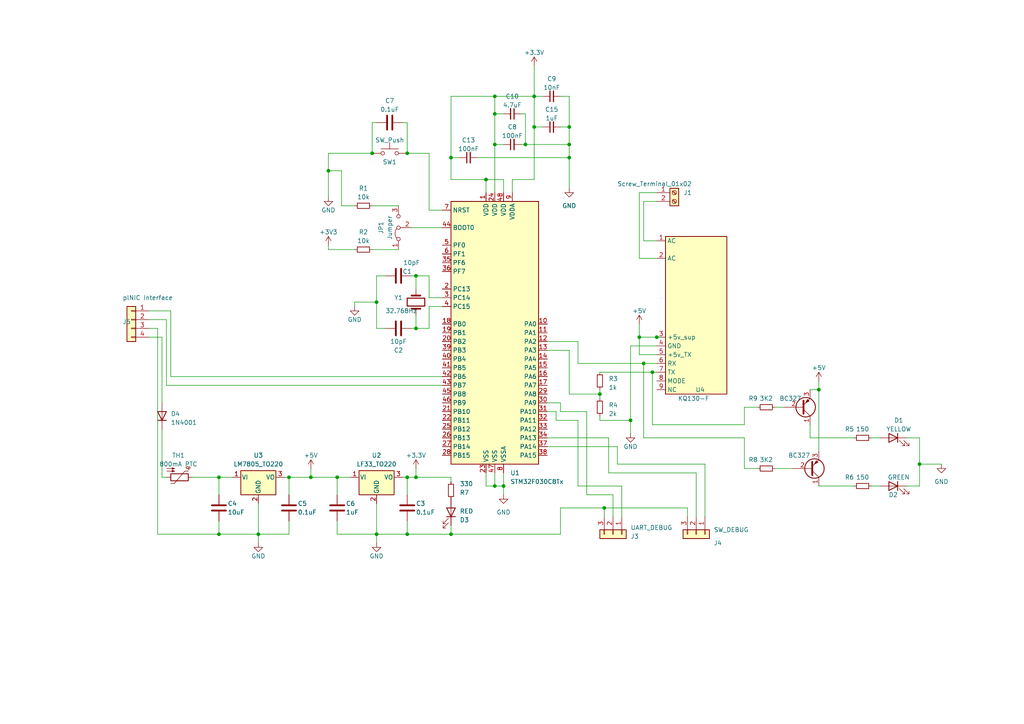
<source format=kicad_sch>
(kicad_sch (version 20220404) (generator eeschema)

  (uuid 38dfcbec-4856-4a95-ac70-52a5f855aafa)

  (paper "A4")

  (title_block
    (title "plNIC Schematic")
    (date "2022-07-30")
    (company "Individual Properiarity")
  )

  (lib_symbols
    (symbol "Connector:Screw_Terminal_01x02" (pin_names (offset 1.016) hide) (in_bom yes) (on_board yes)
      (property "Reference" "J" (id 0) (at 0 2.54 0)
        (effects (font (size 1.27 1.27)))
      )
      (property "Value" "Screw_Terminal_01x02" (id 1) (at 0 -5.08 0)
        (effects (font (size 1.27 1.27)))
      )
      (property "Footprint" "" (id 2) (at 0 0 0)
        (effects (font (size 1.27 1.27)) hide)
      )
      (property "Datasheet" "~" (id 3) (at 0 0 0)
        (effects (font (size 1.27 1.27)) hide)
      )
      (property "ki_keywords" "screw terminal" (id 4) (at 0 0 0)
        (effects (font (size 1.27 1.27)) hide)
      )
      (property "ki_description" "Generic screw terminal, single row, 01x02, script generated (kicad-library-utils/schlib/autogen/connector/)" (id 5) (at 0 0 0)
        (effects (font (size 1.27 1.27)) hide)
      )
      (property "ki_fp_filters" "TerminalBlock*:*" (id 6) (at 0 0 0)
        (effects (font (size 1.27 1.27)) hide)
      )
      (symbol "Screw_Terminal_01x02_1_1"
        (rectangle (start -1.27 1.27) (end 1.27 -3.81)
          (stroke (width 0.254) (type default))
          (fill (type background))
        )
        (circle (center 0 -2.54) (radius 0.635)
          (stroke (width 0.1524) (type default))
          (fill (type none))
        )
        (polyline
          (pts
            (xy -0.5334 -2.2098)
            (xy 0.3302 -3.048)
          )
          (stroke (width 0.1524) (type default))
          (fill (type none))
        )
        (polyline
          (pts
            (xy -0.5334 0.3302)
            (xy 0.3302 -0.508)
          )
          (stroke (width 0.1524) (type default))
          (fill (type none))
        )
        (polyline
          (pts
            (xy -0.3556 -2.032)
            (xy 0.508 -2.8702)
          )
          (stroke (width 0.1524) (type default))
          (fill (type none))
        )
        (polyline
          (pts
            (xy -0.3556 0.508)
            (xy 0.508 -0.3302)
          )
          (stroke (width 0.1524) (type default))
          (fill (type none))
        )
        (circle (center 0 0) (radius 0.635)
          (stroke (width 0.1524) (type default))
          (fill (type none))
        )
        (pin passive line (at -5.08 0 0) (length 3.81)
          (name "Pin_1" (effects (font (size 1.27 1.27))))
          (number "1" (effects (font (size 1.27 1.27))))
        )
        (pin passive line (at -5.08 -2.54 0) (length 3.81)
          (name "Pin_2" (effects (font (size 1.27 1.27))))
          (number "2" (effects (font (size 1.27 1.27))))
        )
      )
    )
    (symbol "Connector_Generic:Conn_01x03" (pin_names (offset 1.016) hide) (in_bom yes) (on_board yes)
      (property "Reference" "J" (id 0) (at 0 5.08 0)
        (effects (font (size 1.27 1.27)))
      )
      (property "Value" "Conn_01x03" (id 1) (at 0 -5.08 0)
        (effects (font (size 1.27 1.27)))
      )
      (property "Footprint" "" (id 2) (at 0 0 0)
        (effects (font (size 1.27 1.27)) hide)
      )
      (property "Datasheet" "~" (id 3) (at 0 0 0)
        (effects (font (size 1.27 1.27)) hide)
      )
      (property "ki_keywords" "connector" (id 4) (at 0 0 0)
        (effects (font (size 1.27 1.27)) hide)
      )
      (property "ki_description" "Generic connector, single row, 01x03, script generated (kicad-library-utils/schlib/autogen/connector/)" (id 5) (at 0 0 0)
        (effects (font (size 1.27 1.27)) hide)
      )
      (property "ki_fp_filters" "Connector*:*_1x??_*" (id 6) (at 0 0 0)
        (effects (font (size 1.27 1.27)) hide)
      )
      (symbol "Conn_01x03_1_1"
        (rectangle (start -1.27 -2.413) (end 0 -2.667)
          (stroke (width 0.1524) (type default))
          (fill (type none))
        )
        (rectangle (start -1.27 0.127) (end 0 -0.127)
          (stroke (width 0.1524) (type default))
          (fill (type none))
        )
        (rectangle (start -1.27 2.667) (end 0 2.413)
          (stroke (width 0.1524) (type default))
          (fill (type none))
        )
        (rectangle (start -1.27 3.81) (end 1.27 -3.81)
          (stroke (width 0.254) (type default))
          (fill (type background))
        )
        (pin passive line (at -5.08 2.54 0) (length 3.81)
          (name "Pin_1" (effects (font (size 1.27 1.27))))
          (number "1" (effects (font (size 1.27 1.27))))
        )
        (pin passive line (at -5.08 0 0) (length 3.81)
          (name "Pin_2" (effects (font (size 1.27 1.27))))
          (number "2" (effects (font (size 1.27 1.27))))
        )
        (pin passive line (at -5.08 -2.54 0) (length 3.81)
          (name "Pin_3" (effects (font (size 1.27 1.27))))
          (number "3" (effects (font (size 1.27 1.27))))
        )
      )
    )
    (symbol "Connector_Generic:Conn_01x04" (pin_names (offset 1.016) hide) (in_bom yes) (on_board yes)
      (property "Reference" "J" (id 0) (at 0 5.08 0)
        (effects (font (size 1.27 1.27)))
      )
      (property "Value" "Conn_01x04" (id 1) (at 0 -7.62 0)
        (effects (font (size 1.27 1.27)))
      )
      (property "Footprint" "" (id 2) (at 0 0 0)
        (effects (font (size 1.27 1.27)) hide)
      )
      (property "Datasheet" "~" (id 3) (at 0 0 0)
        (effects (font (size 1.27 1.27)) hide)
      )
      (property "ki_keywords" "connector" (id 4) (at 0 0 0)
        (effects (font (size 1.27 1.27)) hide)
      )
      (property "ki_description" "Generic connector, single row, 01x04, script generated (kicad-library-utils/schlib/autogen/connector/)" (id 5) (at 0 0 0)
        (effects (font (size 1.27 1.27)) hide)
      )
      (property "ki_fp_filters" "Connector*:*_1x??_*" (id 6) (at 0 0 0)
        (effects (font (size 1.27 1.27)) hide)
      )
      (symbol "Conn_01x04_1_1"
        (rectangle (start -1.27 -4.953) (end 0 -5.207)
          (stroke (width 0.1524) (type default))
          (fill (type none))
        )
        (rectangle (start -1.27 -2.413) (end 0 -2.667)
          (stroke (width 0.1524) (type default))
          (fill (type none))
        )
        (rectangle (start -1.27 0.127) (end 0 -0.127)
          (stroke (width 0.1524) (type default))
          (fill (type none))
        )
        (rectangle (start -1.27 2.667) (end 0 2.413)
          (stroke (width 0.1524) (type default))
          (fill (type none))
        )
        (rectangle (start -1.27 3.81) (end 1.27 -6.35)
          (stroke (width 0.254) (type default))
          (fill (type background))
        )
        (pin passive line (at -5.08 2.54 0) (length 3.81)
          (name "Pin_1" (effects (font (size 1.27 1.27))))
          (number "1" (effects (font (size 1.27 1.27))))
        )
        (pin passive line (at -5.08 0 0) (length 3.81)
          (name "Pin_2" (effects (font (size 1.27 1.27))))
          (number "2" (effects (font (size 1.27 1.27))))
        )
        (pin passive line (at -5.08 -2.54 0) (length 3.81)
          (name "Pin_3" (effects (font (size 1.27 1.27))))
          (number "3" (effects (font (size 1.27 1.27))))
        )
        (pin passive line (at -5.08 -5.08 0) (length 3.81)
          (name "Pin_4" (effects (font (size 1.27 1.27))))
          (number "4" (effects (font (size 1.27 1.27))))
        )
      )
    )
    (symbol "Device:C" (pin_numbers hide) (pin_names (offset 0.254)) (in_bom yes) (on_board yes)
      (property "Reference" "C" (id 0) (at 0.635 2.54 0)
        (effects (font (size 1.27 1.27)) (justify left))
      )
      (property "Value" "C" (id 1) (at 0.635 -2.54 0)
        (effects (font (size 1.27 1.27)) (justify left))
      )
      (property "Footprint" "" (id 2) (at 0.9652 -3.81 0)
        (effects (font (size 1.27 1.27)) hide)
      )
      (property "Datasheet" "~" (id 3) (at 0 0 0)
        (effects (font (size 1.27 1.27)) hide)
      )
      (property "ki_keywords" "cap capacitor" (id 4) (at 0 0 0)
        (effects (font (size 1.27 1.27)) hide)
      )
      (property "ki_description" "Unpolarized capacitor" (id 5) (at 0 0 0)
        (effects (font (size 1.27 1.27)) hide)
      )
      (property "ki_fp_filters" "C_*" (id 6) (at 0 0 0)
        (effects (font (size 1.27 1.27)) hide)
      )
      (symbol "C_0_1"
        (polyline
          (pts
            (xy -2.032 -0.762)
            (xy 2.032 -0.762)
          )
          (stroke (width 0.508) (type default))
          (fill (type none))
        )
        (polyline
          (pts
            (xy -2.032 0.762)
            (xy 2.032 0.762)
          )
          (stroke (width 0.508) (type default))
          (fill (type none))
        )
      )
      (symbol "C_1_1"
        (pin passive line (at 0 3.81 270) (length 2.794)
          (name "~" (effects (font (size 1.27 1.27))))
          (number "1" (effects (font (size 1.27 1.27))))
        )
        (pin passive line (at 0 -3.81 90) (length 2.794)
          (name "~" (effects (font (size 1.27 1.27))))
          (number "2" (effects (font (size 1.27 1.27))))
        )
      )
    )
    (symbol "Device:C_Small" (pin_numbers hide) (pin_names (offset 0.254) hide) (in_bom yes) (on_board yes)
      (property "Reference" "C" (id 0) (at 0.254 1.778 0)
        (effects (font (size 1.27 1.27)) (justify left))
      )
      (property "Value" "C_Small" (id 1) (at 0.254 -2.032 0)
        (effects (font (size 1.27 1.27)) (justify left))
      )
      (property "Footprint" "" (id 2) (at 0 0 0)
        (effects (font (size 1.27 1.27)) hide)
      )
      (property "Datasheet" "~" (id 3) (at 0 0 0)
        (effects (font (size 1.27 1.27)) hide)
      )
      (property "ki_keywords" "capacitor cap" (id 4) (at 0 0 0)
        (effects (font (size 1.27 1.27)) hide)
      )
      (property "ki_description" "Unpolarized capacitor, small symbol" (id 5) (at 0 0 0)
        (effects (font (size 1.27 1.27)) hide)
      )
      (property "ki_fp_filters" "C_*" (id 6) (at 0 0 0)
        (effects (font (size 1.27 1.27)) hide)
      )
      (symbol "C_Small_0_1"
        (polyline
          (pts
            (xy -1.524 -0.508)
            (xy 1.524 -0.508)
          )
          (stroke (width 0.3302) (type default))
          (fill (type none))
        )
        (polyline
          (pts
            (xy -1.524 0.508)
            (xy 1.524 0.508)
          )
          (stroke (width 0.3048) (type default))
          (fill (type none))
        )
      )
      (symbol "C_Small_1_1"
        (pin passive line (at 0 2.54 270) (length 2.032)
          (name "~" (effects (font (size 1.27 1.27))))
          (number "1" (effects (font (size 1.27 1.27))))
        )
        (pin passive line (at 0 -2.54 90) (length 2.032)
          (name "~" (effects (font (size 1.27 1.27))))
          (number "2" (effects (font (size 1.27 1.27))))
        )
      )
    )
    (symbol "Device:Crystal" (pin_numbers hide) (pin_names (offset 1.016) hide) (in_bom yes) (on_board yes)
      (property "Reference" "Y" (id 0) (at 0 3.81 0)
        (effects (font (size 1.27 1.27)))
      )
      (property "Value" "Crystal" (id 1) (at 0 -3.81 0)
        (effects (font (size 1.27 1.27)))
      )
      (property "Footprint" "" (id 2) (at 0 0 0)
        (effects (font (size 1.27 1.27)) hide)
      )
      (property "Datasheet" "~" (id 3) (at 0 0 0)
        (effects (font (size 1.27 1.27)) hide)
      )
      (property "ki_keywords" "quartz ceramic resonator oscillator" (id 4) (at 0 0 0)
        (effects (font (size 1.27 1.27)) hide)
      )
      (property "ki_description" "Two pin crystal" (id 5) (at 0 0 0)
        (effects (font (size 1.27 1.27)) hide)
      )
      (property "ki_fp_filters" "Crystal*" (id 6) (at 0 0 0)
        (effects (font (size 1.27 1.27)) hide)
      )
      (symbol "Crystal_0_1"
        (rectangle (start -1.143 2.54) (end 1.143 -2.54)
          (stroke (width 0.3048) (type default))
          (fill (type none))
        )
        (polyline
          (pts
            (xy -2.54 0)
            (xy -1.905 0)
          )
          (stroke (width 0) (type default))
          (fill (type none))
        )
        (polyline
          (pts
            (xy -1.905 -1.27)
            (xy -1.905 1.27)
          )
          (stroke (width 0.508) (type default))
          (fill (type none))
        )
        (polyline
          (pts
            (xy 1.905 -1.27)
            (xy 1.905 1.27)
          )
          (stroke (width 0.508) (type default))
          (fill (type none))
        )
        (polyline
          (pts
            (xy 2.54 0)
            (xy 1.905 0)
          )
          (stroke (width 0) (type default))
          (fill (type none))
        )
      )
      (symbol "Crystal_1_1"
        (pin passive line (at -3.81 0 0) (length 1.27)
          (name "1" (effects (font (size 1.27 1.27))))
          (number "1" (effects (font (size 1.27 1.27))))
        )
        (pin passive line (at 3.81 0 180) (length 1.27)
          (name "2" (effects (font (size 1.27 1.27))))
          (number "2" (effects (font (size 1.27 1.27))))
        )
      )
    )
    (symbol "Device:LED" (pin_numbers hide) (pin_names (offset 1.016) hide) (in_bom yes) (on_board yes)
      (property "Reference" "D" (id 0) (at 0 2.54 0)
        (effects (font (size 1.27 1.27)))
      )
      (property "Value" "LED" (id 1) (at 0 -2.54 0)
        (effects (font (size 1.27 1.27)))
      )
      (property "Footprint" "" (id 2) (at 0 0 0)
        (effects (font (size 1.27 1.27)) hide)
      )
      (property "Datasheet" "~" (id 3) (at 0 0 0)
        (effects (font (size 1.27 1.27)) hide)
      )
      (property "ki_keywords" "LED diode" (id 4) (at 0 0 0)
        (effects (font (size 1.27 1.27)) hide)
      )
      (property "ki_description" "Light emitting diode" (id 5) (at 0 0 0)
        (effects (font (size 1.27 1.27)) hide)
      )
      (property "ki_fp_filters" "LED* LED_SMD:* LED_THT:*" (id 6) (at 0 0 0)
        (effects (font (size 1.27 1.27)) hide)
      )
      (symbol "LED_0_1"
        (polyline
          (pts
            (xy -1.27 -1.27)
            (xy -1.27 1.27)
          )
          (stroke (width 0.254) (type default))
          (fill (type none))
        )
        (polyline
          (pts
            (xy -1.27 0)
            (xy 1.27 0)
          )
          (stroke (width 0) (type default))
          (fill (type none))
        )
        (polyline
          (pts
            (xy 1.27 -1.27)
            (xy 1.27 1.27)
            (xy -1.27 0)
            (xy 1.27 -1.27)
          )
          (stroke (width 0.254) (type default))
          (fill (type none))
        )
        (polyline
          (pts
            (xy -3.048 -0.762)
            (xy -4.572 -2.286)
            (xy -3.81 -2.286)
            (xy -4.572 -2.286)
            (xy -4.572 -1.524)
          )
          (stroke (width 0) (type default))
          (fill (type none))
        )
        (polyline
          (pts
            (xy -1.778 -0.762)
            (xy -3.302 -2.286)
            (xy -2.54 -2.286)
            (xy -3.302 -2.286)
            (xy -3.302 -1.524)
          )
          (stroke (width 0) (type default))
          (fill (type none))
        )
      )
      (symbol "LED_1_1"
        (pin passive line (at -3.81 0 0) (length 2.54)
          (name "K" (effects (font (size 1.27 1.27))))
          (number "1" (effects (font (size 1.27 1.27))))
        )
        (pin passive line (at 3.81 0 180) (length 2.54)
          (name "A" (effects (font (size 1.27 1.27))))
          (number "2" (effects (font (size 1.27 1.27))))
        )
      )
    )
    (symbol "Device:R_Small" (pin_numbers hide) (pin_names (offset 0.254) hide) (in_bom yes) (on_board yes)
      (property "Reference" "R" (id 0) (at 0.762 0.508 0)
        (effects (font (size 1.27 1.27)) (justify left))
      )
      (property "Value" "R_Small" (id 1) (at 0.762 -1.016 0)
        (effects (font (size 1.27 1.27)) (justify left))
      )
      (property "Footprint" "" (id 2) (at 0 0 0)
        (effects (font (size 1.27 1.27)) hide)
      )
      (property "Datasheet" "~" (id 3) (at 0 0 0)
        (effects (font (size 1.27 1.27)) hide)
      )
      (property "ki_keywords" "R resistor" (id 4) (at 0 0 0)
        (effects (font (size 1.27 1.27)) hide)
      )
      (property "ki_description" "Resistor, small symbol" (id 5) (at 0 0 0)
        (effects (font (size 1.27 1.27)) hide)
      )
      (property "ki_fp_filters" "R_*" (id 6) (at 0 0 0)
        (effects (font (size 1.27 1.27)) hide)
      )
      (symbol "R_Small_0_1"
        (rectangle (start -0.762 1.778) (end 0.762 -1.778)
          (stroke (width 0.2032) (type default))
          (fill (type none))
        )
      )
      (symbol "R_Small_1_1"
        (pin passive line (at 0 2.54 270) (length 0.762)
          (name "~" (effects (font (size 1.27 1.27))))
          (number "1" (effects (font (size 1.27 1.27))))
        )
        (pin passive line (at 0 -2.54 90) (length 0.762)
          (name "~" (effects (font (size 1.27 1.27))))
          (number "2" (effects (font (size 1.27 1.27))))
        )
      )
    )
    (symbol "Device:Thermistor_PTC" (pin_numbers hide) (pin_names (offset 0)) (in_bom yes) (on_board yes)
      (property "Reference" "TH" (id 0) (at -4.064 0 90)
        (effects (font (size 1.27 1.27)))
      )
      (property "Value" "Thermistor_PTC" (id 1) (at 3.048 0 90)
        (effects (font (size 1.27 1.27)))
      )
      (property "Footprint" "" (id 2) (at 1.27 -5.08 0)
        (effects (font (size 1.27 1.27)) (justify left) hide)
      )
      (property "Datasheet" "~" (id 3) (at 0 0 0)
        (effects (font (size 1.27 1.27)) hide)
      )
      (property "ki_keywords" "resistor PTC thermistor sensor RTD" (id 4) (at 0 0 0)
        (effects (font (size 1.27 1.27)) hide)
      )
      (property "ki_description" "Temperature dependent resistor, positive temperature coefficient" (id 5) (at 0 0 0)
        (effects (font (size 1.27 1.27)) hide)
      )
      (property "ki_fp_filters" "*PTC* *Thermistor* PIN?ARRAY* bornier* *Terminal?Block* R_*" (id 6) (at 0 0 0)
        (effects (font (size 1.27 1.27)) hide)
      )
      (symbol "Thermistor_PTC_0_1"
        (arc (start -3.048 2.159) (mid -3.0495 2.3143) (end -3.175 2.413)
          (stroke (width 0) (type default))
          (fill (type none))
        )
        (arc (start -3.048 2.159) (mid -2.9736 1.9794) (end -2.794 1.905)
          (stroke (width 0) (type default))
          (fill (type none))
        )
        (arc (start -3.048 2.794) (mid -2.9736 2.6144) (end -2.794 2.54)
          (stroke (width 0) (type default))
          (fill (type none))
        )
        (arc (start -2.794 1.905) (mid -2.6144 1.9794) (end -2.54 2.159)
          (stroke (width 0) (type default))
          (fill (type none))
        )
        (arc (start -2.794 2.54) (mid -2.4393 2.5587) (end -2.159 2.794)
          (stroke (width 0) (type default))
          (fill (type none))
        )
        (arc (start -2.794 3.048) (mid -2.9736 2.9736) (end -3.048 2.794)
          (stroke (width 0) (type default))
          (fill (type none))
        )
        (arc (start -2.54 2.794) (mid -2.6144 2.9736) (end -2.794 3.048)
          (stroke (width 0) (type default))
          (fill (type none))
        )
        (rectangle (start -1.016 2.54) (end 1.016 -2.54)
          (stroke (width 0.254) (type default))
          (fill (type none))
        )
        (polyline
          (pts
            (xy -2.54 2.159)
            (xy -2.54 2.794)
          )
          (stroke (width 0) (type default))
          (fill (type none))
        )
        (polyline
          (pts
            (xy -1.778 2.54)
            (xy -1.778 1.524)
            (xy 1.778 -1.524)
            (xy 1.778 -2.54)
          )
          (stroke (width 0) (type default))
          (fill (type none))
        )
        (polyline
          (pts
            (xy -2.54 -3.683)
            (xy -2.54 -1.397)
            (xy -2.794 -2.159)
            (xy -2.286 -2.159)
            (xy -2.54 -1.397)
            (xy -2.54 -1.651)
          )
          (stroke (width 0) (type default))
          (fill (type outline))
        )
        (polyline
          (pts
            (xy -1.778 -3.683)
            (xy -1.778 -1.397)
            (xy -2.032 -2.159)
            (xy -1.524 -2.159)
            (xy -1.778 -1.397)
            (xy -1.778 -1.651)
          )
          (stroke (width 0) (type default))
          (fill (type outline))
        )
      )
      (symbol "Thermistor_PTC_1_1"
        (pin passive line (at 0 3.81 270) (length 1.27)
          (name "~" (effects (font (size 1.27 1.27))))
          (number "1" (effects (font (size 1.27 1.27))))
        )
        (pin passive line (at 0 -3.81 90) (length 1.27)
          (name "~" (effects (font (size 1.27 1.27))))
          (number "2" (effects (font (size 1.27 1.27))))
        )
      )
    )
    (symbol "Diode:1N4001" (pin_numbers hide) (pin_names (offset 1.016) hide) (in_bom yes) (on_board yes)
      (property "Reference" "D" (id 0) (at 0 2.54 0)
        (effects (font (size 1.27 1.27)))
      )
      (property "Value" "1N4001" (id 1) (at 0 -2.54 0)
        (effects (font (size 1.27 1.27)))
      )
      (property "Footprint" "Diode_THT:D_DO-41_SOD81_P10.16mm_Horizontal" (id 2) (at 0 -4.445 0)
        (effects (font (size 1.27 1.27)) hide)
      )
      (property "Datasheet" "http://www.vishay.com/docs/88503/1n4001.pdf" (id 3) (at 0 0 0)
        (effects (font (size 1.27 1.27)) hide)
      )
      (property "ki_keywords" "diode" (id 4) (at 0 0 0)
        (effects (font (size 1.27 1.27)) hide)
      )
      (property "ki_description" "50V 1A General Purpose Rectifier Diode, DO-41" (id 5) (at 0 0 0)
        (effects (font (size 1.27 1.27)) hide)
      )
      (property "ki_fp_filters" "D*DO?41*" (id 6) (at 0 0 0)
        (effects (font (size 1.27 1.27)) hide)
      )
      (symbol "1N4001_0_1"
        (polyline
          (pts
            (xy -1.27 1.27)
            (xy -1.27 -1.27)
          )
          (stroke (width 0.254) (type default))
          (fill (type none))
        )
        (polyline
          (pts
            (xy 1.27 0)
            (xy -1.27 0)
          )
          (stroke (width 0) (type default))
          (fill (type none))
        )
        (polyline
          (pts
            (xy 1.27 1.27)
            (xy 1.27 -1.27)
            (xy -1.27 0)
            (xy 1.27 1.27)
          )
          (stroke (width 0.254) (type default))
          (fill (type none))
        )
      )
      (symbol "1N4001_1_1"
        (pin passive line (at -3.81 0 0) (length 2.54)
          (name "K" (effects (font (size 1.27 1.27))))
          (number "1" (effects (font (size 1.27 1.27))))
        )
        (pin passive line (at 3.81 0 180) (length 2.54)
          (name "A" (effects (font (size 1.27 1.27))))
          (number "2" (effects (font (size 1.27 1.27))))
        )
      )
    )
    (symbol "Jumper:Jumper_3_Bridged12" (pin_names (offset 0) hide) (in_bom yes) (on_board yes)
      (property "Reference" "JP" (id 0) (at -2.54 -2.54 0)
        (effects (font (size 1.27 1.27)))
      )
      (property "Value" "Jumper_3_Bridged12" (id 1) (at 0 2.794 0)
        (effects (font (size 1.27 1.27)))
      )
      (property "Footprint" "" (id 2) (at 0 0 0)
        (effects (font (size 1.27 1.27)) hide)
      )
      (property "Datasheet" "~" (id 3) (at 0 0 0)
        (effects (font (size 1.27 1.27)) hide)
      )
      (property "ki_keywords" "Jumper SPDT" (id 4) (at 0 0 0)
        (effects (font (size 1.27 1.27)) hide)
      )
      (property "ki_description" "Jumper, 3-pole, pins 1+2 closed/bridged" (id 5) (at 0 0 0)
        (effects (font (size 1.27 1.27)) hide)
      )
      (property "ki_fp_filters" "Jumper* TestPoint*3Pads* TestPoint*Bridge*" (id 6) (at 0 0 0)
        (effects (font (size 1.27 1.27)) hide)
      )
      (symbol "Jumper_3_Bridged12_0_0"
        (circle (center -3.302 0) (radius 0.508)
          (stroke (width 0) (type default))
          (fill (type none))
        )
        (circle (center 0 0) (radius 0.508)
          (stroke (width 0) (type default))
          (fill (type none))
        )
        (circle (center 3.302 0) (radius 0.508)
          (stroke (width 0) (type default))
          (fill (type none))
        )
      )
      (symbol "Jumper_3_Bridged12_0_1"
        (arc (start -0.254 0.508) (mid -1.651 0.9912) (end -3.048 0.508)
          (stroke (width 0) (type default))
          (fill (type none))
        )
        (polyline
          (pts
            (xy 0 -1.27)
            (xy 0 -0.508)
          )
          (stroke (width 0) (type default))
          (fill (type none))
        )
      )
      (symbol "Jumper_3_Bridged12_1_1"
        (pin passive line (at -6.35 0 0) (length 2.54)
          (name "A" (effects (font (size 1.27 1.27))))
          (number "1" (effects (font (size 1.27 1.27))))
        )
        (pin passive line (at 0 -3.81 90) (length 2.54)
          (name "C" (effects (font (size 1.27 1.27))))
          (number "2" (effects (font (size 1.27 1.27))))
        )
        (pin passive line (at 6.35 0 180) (length 2.54)
          (name "B" (effects (font (size 1.27 1.27))))
          (number "3" (effects (font (size 1.27 1.27))))
        )
      )
    )
    (symbol "MCU_ST_STM32F0:STM32F030C8Tx" (in_bom yes) (on_board yes)
      (property "Reference" "U" (id 0) (at -12.7 39.37 0)
        (effects (font (size 1.27 1.27)) (justify left))
      )
      (property "Value" "STM32F030C8Tx" (id 1) (at 7.62 39.37 0)
        (effects (font (size 1.27 1.27)) (justify left))
      )
      (property "Footprint" "Package_QFP:LQFP-48_7x7mm_P0.5mm" (id 2) (at -12.7 -38.1 0)
        (effects (font (size 1.27 1.27)) (justify right) hide)
      )
      (property "Datasheet" "http://www.st.com/st-web-ui/static/active/en/resource/technical/document/datasheet/DM00088500.pdf" (id 3) (at 0 0 0)
        (effects (font (size 1.27 1.27)) hide)
      )
      (property "ki_keywords" "ARM Cortex-M0 STM32F0 STM32F0x0 Value Line" (id 4) (at 0 0 0)
        (effects (font (size 1.27 1.27)) hide)
      )
      (property "ki_description" "ARM Cortex-M0 MCU, 64KB flash, 8KB RAM, 48MHz, 2.4-3.6V, 39 GPIO, LQFP-48" (id 5) (at 0 0 0)
        (effects (font (size 1.27 1.27)) hide)
      )
      (property "ki_fp_filters" "LQFP*7x7mm*P0.5mm*" (id 6) (at 0 0 0)
        (effects (font (size 1.27 1.27)) hide)
      )
      (symbol "STM32F030C8Tx_0_1"
        (rectangle (start -12.7 -38.1) (end 12.7 38.1)
          (stroke (width 0.254) (type default))
          (fill (type background))
        )
      )
      (symbol "STM32F030C8Tx_1_1"
        (pin power_in line (at -2.54 40.64 270) (length 2.54)
          (name "VDD" (effects (font (size 1.27 1.27))))
          (number "1" (effects (font (size 1.27 1.27))))
        )
        (pin bidirectional line (at 15.24 2.54 180) (length 2.54)
          (name "PA0" (effects (font (size 1.27 1.27))))
          (number "10" (effects (font (size 1.27 1.27))))
        )
        (pin bidirectional line (at 15.24 0 180) (length 2.54)
          (name "PA1" (effects (font (size 1.27 1.27))))
          (number "11" (effects (font (size 1.27 1.27))))
        )
        (pin bidirectional line (at 15.24 -2.54 180) (length 2.54)
          (name "PA2" (effects (font (size 1.27 1.27))))
          (number "12" (effects (font (size 1.27 1.27))))
        )
        (pin bidirectional line (at 15.24 -5.08 180) (length 2.54)
          (name "PA3" (effects (font (size 1.27 1.27))))
          (number "13" (effects (font (size 1.27 1.27))))
        )
        (pin bidirectional line (at 15.24 -7.62 180) (length 2.54)
          (name "PA4" (effects (font (size 1.27 1.27))))
          (number "14" (effects (font (size 1.27 1.27))))
        )
        (pin bidirectional line (at 15.24 -10.16 180) (length 2.54)
          (name "PA5" (effects (font (size 1.27 1.27))))
          (number "15" (effects (font (size 1.27 1.27))))
        )
        (pin bidirectional line (at 15.24 -12.7 180) (length 2.54)
          (name "PA6" (effects (font (size 1.27 1.27))))
          (number "16" (effects (font (size 1.27 1.27))))
        )
        (pin bidirectional line (at 15.24 -15.24 180) (length 2.54)
          (name "PA7" (effects (font (size 1.27 1.27))))
          (number "17" (effects (font (size 1.27 1.27))))
        )
        (pin bidirectional line (at -15.24 2.54 0) (length 2.54)
          (name "PB0" (effects (font (size 1.27 1.27))))
          (number "18" (effects (font (size 1.27 1.27))))
        )
        (pin bidirectional line (at -15.24 0 0) (length 2.54)
          (name "PB1" (effects (font (size 1.27 1.27))))
          (number "19" (effects (font (size 1.27 1.27))))
        )
        (pin bidirectional line (at -15.24 12.7 0) (length 2.54)
          (name "PC13" (effects (font (size 1.27 1.27))))
          (number "2" (effects (font (size 1.27 1.27))))
        )
        (pin bidirectional line (at -15.24 -2.54 0) (length 2.54)
          (name "PB2" (effects (font (size 1.27 1.27))))
          (number "20" (effects (font (size 1.27 1.27))))
        )
        (pin bidirectional line (at -15.24 -22.86 0) (length 2.54)
          (name "PB10" (effects (font (size 1.27 1.27))))
          (number "21" (effects (font (size 1.27 1.27))))
        )
        (pin bidirectional line (at -15.24 -25.4 0) (length 2.54)
          (name "PB11" (effects (font (size 1.27 1.27))))
          (number "22" (effects (font (size 1.27 1.27))))
        )
        (pin power_in line (at -2.54 -40.64 90) (length 2.54)
          (name "VSS" (effects (font (size 1.27 1.27))))
          (number "23" (effects (font (size 1.27 1.27))))
        )
        (pin power_in line (at 0 40.64 270) (length 2.54)
          (name "VDD" (effects (font (size 1.27 1.27))))
          (number "24" (effects (font (size 1.27 1.27))))
        )
        (pin bidirectional line (at -15.24 -27.94 0) (length 2.54)
          (name "PB12" (effects (font (size 1.27 1.27))))
          (number "25" (effects (font (size 1.27 1.27))))
        )
        (pin bidirectional line (at -15.24 -30.48 0) (length 2.54)
          (name "PB13" (effects (font (size 1.27 1.27))))
          (number "26" (effects (font (size 1.27 1.27))))
        )
        (pin bidirectional line (at -15.24 -33.02 0) (length 2.54)
          (name "PB14" (effects (font (size 1.27 1.27))))
          (number "27" (effects (font (size 1.27 1.27))))
        )
        (pin bidirectional line (at -15.24 -35.56 0) (length 2.54)
          (name "PB15" (effects (font (size 1.27 1.27))))
          (number "28" (effects (font (size 1.27 1.27))))
        )
        (pin bidirectional line (at 15.24 -17.78 180) (length 2.54)
          (name "PA8" (effects (font (size 1.27 1.27))))
          (number "29" (effects (font (size 1.27 1.27))))
        )
        (pin bidirectional line (at -15.24 10.16 0) (length 2.54)
          (name "PC14" (effects (font (size 1.27 1.27))))
          (number "3" (effects (font (size 1.27 1.27))))
        )
        (pin bidirectional line (at 15.24 -20.32 180) (length 2.54)
          (name "PA9" (effects (font (size 1.27 1.27))))
          (number "30" (effects (font (size 1.27 1.27))))
        )
        (pin bidirectional line (at 15.24 -22.86 180) (length 2.54)
          (name "PA10" (effects (font (size 1.27 1.27))))
          (number "31" (effects (font (size 1.27 1.27))))
        )
        (pin bidirectional line (at 15.24 -25.4 180) (length 2.54)
          (name "PA11" (effects (font (size 1.27 1.27))))
          (number "32" (effects (font (size 1.27 1.27))))
        )
        (pin bidirectional line (at 15.24 -27.94 180) (length 2.54)
          (name "PA12" (effects (font (size 1.27 1.27))))
          (number "33" (effects (font (size 1.27 1.27))))
        )
        (pin bidirectional line (at 15.24 -30.48 180) (length 2.54)
          (name "PA13" (effects (font (size 1.27 1.27))))
          (number "34" (effects (font (size 1.27 1.27))))
        )
        (pin bidirectional line (at -15.24 20.32 0) (length 2.54)
          (name "PF6" (effects (font (size 1.27 1.27))))
          (number "35" (effects (font (size 1.27 1.27))))
        )
        (pin bidirectional line (at -15.24 17.78 0) (length 2.54)
          (name "PF7" (effects (font (size 1.27 1.27))))
          (number "36" (effects (font (size 1.27 1.27))))
        )
        (pin bidirectional line (at 15.24 -33.02 180) (length 2.54)
          (name "PA14" (effects (font (size 1.27 1.27))))
          (number "37" (effects (font (size 1.27 1.27))))
        )
        (pin bidirectional line (at 15.24 -35.56 180) (length 2.54)
          (name "PA15" (effects (font (size 1.27 1.27))))
          (number "38" (effects (font (size 1.27 1.27))))
        )
        (pin bidirectional line (at -15.24 -5.08 0) (length 2.54)
          (name "PB3" (effects (font (size 1.27 1.27))))
          (number "39" (effects (font (size 1.27 1.27))))
        )
        (pin bidirectional line (at -15.24 7.62 0) (length 2.54)
          (name "PC15" (effects (font (size 1.27 1.27))))
          (number "4" (effects (font (size 1.27 1.27))))
        )
        (pin bidirectional line (at -15.24 -7.62 0) (length 2.54)
          (name "PB4" (effects (font (size 1.27 1.27))))
          (number "40" (effects (font (size 1.27 1.27))))
        )
        (pin bidirectional line (at -15.24 -10.16 0) (length 2.54)
          (name "PB5" (effects (font (size 1.27 1.27))))
          (number "41" (effects (font (size 1.27 1.27))))
        )
        (pin bidirectional line (at -15.24 -12.7 0) (length 2.54)
          (name "PB6" (effects (font (size 1.27 1.27))))
          (number "42" (effects (font (size 1.27 1.27))))
        )
        (pin bidirectional line (at -15.24 -15.24 0) (length 2.54)
          (name "PB7" (effects (font (size 1.27 1.27))))
          (number "43" (effects (font (size 1.27 1.27))))
        )
        (pin input line (at -15.24 30.48 0) (length 2.54)
          (name "BOOT0" (effects (font (size 1.27 1.27))))
          (number "44" (effects (font (size 1.27 1.27))))
        )
        (pin bidirectional line (at -15.24 -17.78 0) (length 2.54)
          (name "PB8" (effects (font (size 1.27 1.27))))
          (number "45" (effects (font (size 1.27 1.27))))
        )
        (pin bidirectional line (at -15.24 -20.32 0) (length 2.54)
          (name "PB9" (effects (font (size 1.27 1.27))))
          (number "46" (effects (font (size 1.27 1.27))))
        )
        (pin power_in line (at 0 -40.64 90) (length 2.54)
          (name "VSS" (effects (font (size 1.27 1.27))))
          (number "47" (effects (font (size 1.27 1.27))))
        )
        (pin power_in line (at 2.54 40.64 270) (length 2.54)
          (name "VDD" (effects (font (size 1.27 1.27))))
          (number "48" (effects (font (size 1.27 1.27))))
        )
        (pin input line (at -15.24 25.4 0) (length 2.54)
          (name "PF0" (effects (font (size 1.27 1.27))))
          (number "5" (effects (font (size 1.27 1.27))))
        )
        (pin input line (at -15.24 22.86 0) (length 2.54)
          (name "PF1" (effects (font (size 1.27 1.27))))
          (number "6" (effects (font (size 1.27 1.27))))
        )
        (pin input line (at -15.24 35.56 0) (length 2.54)
          (name "NRST" (effects (font (size 1.27 1.27))))
          (number "7" (effects (font (size 1.27 1.27))))
        )
        (pin power_in line (at 2.54 -40.64 90) (length 2.54)
          (name "VSSA" (effects (font (size 1.27 1.27))))
          (number "8" (effects (font (size 1.27 1.27))))
        )
        (pin power_in line (at 5.08 40.64 270) (length 2.54)
          (name "VDDA" (effects (font (size 1.27 1.27))))
          (number "9" (effects (font (size 1.27 1.27))))
        )
      )
    )
    (symbol "PLM:KQ130-F" (in_bom yes) (on_board yes)
      (property "Reference" "U" (id 0) (at 0 -15.24 0)
        (effects (font (size 1.27 1.27)))
      )
      (property "Value" "KQ130-F" (id 1) (at 0 -17.78 0)
        (effects (font (size 1.27 1.27)))
      )
      (property "Footprint" "" (id 2) (at 0 0 0)
        (effects (font (size 1.27 1.27)) hide)
      )
      (property "Datasheet" "" (id 3) (at 0 0 0)
        (effects (font (size 1.27 1.27)) hide)
      )
      (symbol "KQ130-F_0_1"
        (rectangle (start -22.86 6.35) (end 22.86 -11.43)
          (stroke (width 0.25) (type default))
          (fill (type background))
        )
      )
      (symbol "KQ130-F_1_1"
        (pin passive line (at -21.59 -13.97 90) (length 2.54)
          (name "AC" (effects (font (size 1.27 1.27))))
          (number "1" (effects (font (size 1.27 1.27))))
        )
        (pin passive line (at -16.51 -13.97 90) (length 2.54)
          (name "AC" (effects (font (size 1.27 1.27))))
          (number "2" (effects (font (size 1.27 1.27))))
        )
        (pin power_in line (at 6.35 -13.97 90) (length 2.54)
          (name "+5v_sup" (effects (font (size 1.27 1.27))))
          (number "3" (effects (font (size 1.27 1.27))))
        )
        (pin power_in line (at 8.89 -13.97 90) (length 2.54)
          (name "GND" (effects (font (size 1.27 1.27))))
          (number "4" (effects (font (size 1.27 1.27))))
        )
        (pin power_in line (at 11.43 -13.97 90) (length 2.54)
          (name "+5v_TX" (effects (font (size 1.27 1.27))))
          (number "5" (effects (font (size 1.27 1.27))))
        )
        (pin input line (at 13.97 -13.97 90) (length 2.54)
          (name "RX" (effects (font (size 1.27 1.27))))
          (number "6" (effects (font (size 1.27 1.27))))
        )
        (pin output line (at 16.51 -13.97 90) (length 2.54)
          (name "TX" (effects (font (size 1.27 1.27))))
          (number "7" (effects (font (size 1.27 1.27))))
        )
        (pin input line (at 19.05 -13.97 90) (length 2.54)
          (name "MODE" (effects (font (size 1.27 1.27))))
          (number "8" (effects (font (size 1.27 1.27))))
        )
        (pin input line (at 21.59 -13.97 90) (length 2.54)
          (name "NC" (effects (font (size 1.27 1.27))))
          (number "9" (effects (font (size 1.27 1.27))))
        )
      )
    )
    (symbol "Regulator_Linear:LF33_TO220" (pin_names (offset 0.254)) (in_bom yes) (on_board yes)
      (property "Reference" "U" (id 0) (at -3.81 3.175 0)
        (effects (font (size 1.27 1.27)))
      )
      (property "Value" "LF33_TO220" (id 1) (at 0 3.175 0)
        (effects (font (size 1.27 1.27)) (justify left))
      )
      (property "Footprint" "Package_TO_SOT_THT:TO-220-3_Vertical" (id 2) (at 0 5.715 0)
        (effects (font (size 1.27 1.27) italic) hide)
      )
      (property "Datasheet" "http://www.st.com/content/ccc/resource/technical/document/datasheet/c4/0e/7e/2a/be/bc/4c/bd/CD00000546.pdf/files/CD00000546.pdf/jcr:content/translations/en.CD00000546.pdf" (id 3) (at 0 -1.27 0)
        (effects (font (size 1.27 1.27)) hide)
      )
      (property "ki_keywords" "LDO regulator voltage" (id 4) (at 0 0 0)
        (effects (font (size 1.27 1.27)) hide)
      )
      (property "ki_description" "Low-drop Voltage Regulator, Io up to 500mA, Fixed Vo 3.3V, TO-220" (id 5) (at 0 0 0)
        (effects (font (size 1.27 1.27)) hide)
      )
      (property "ki_fp_filters" "TO?220*" (id 6) (at 0 0 0)
        (effects (font (size 1.27 1.27)) hide)
      )
      (symbol "LF33_TO220_0_1"
        (rectangle (start -5.08 1.905) (end 5.08 -5.08)
          (stroke (width 0.254) (type default))
          (fill (type background))
        )
      )
      (symbol "LF33_TO220_1_1"
        (pin power_in line (at -7.62 0 0) (length 2.54)
          (name "VI" (effects (font (size 1.27 1.27))))
          (number "1" (effects (font (size 1.27 1.27))))
        )
        (pin power_in line (at 0 -7.62 90) (length 2.54)
          (name "GND" (effects (font (size 1.27 1.27))))
          (number "2" (effects (font (size 1.27 1.27))))
        )
        (pin power_out line (at 7.62 0 180) (length 2.54)
          (name "VO" (effects (font (size 1.27 1.27))))
          (number "3" (effects (font (size 1.27 1.27))))
        )
      )
    )
    (symbol "Regulator_Linear:LM7805_TO220" (pin_names (offset 0.254)) (in_bom yes) (on_board yes)
      (property "Reference" "U" (id 0) (at -3.81 3.175 0)
        (effects (font (size 1.27 1.27)))
      )
      (property "Value" "LM7805_TO220" (id 1) (at 0 3.175 0)
        (effects (font (size 1.27 1.27)) (justify left))
      )
      (property "Footprint" "Package_TO_SOT_THT:TO-220-3_Vertical" (id 2) (at 0 5.715 0)
        (effects (font (size 1.27 1.27) italic) hide)
      )
      (property "Datasheet" "https://www.onsemi.cn/PowerSolutions/document/MC7800-D.PDF" (id 3) (at 0 -1.27 0)
        (effects (font (size 1.27 1.27)) hide)
      )
      (property "ki_keywords" "Voltage Regulator 1A Positive" (id 4) (at 0 0 0)
        (effects (font (size 1.27 1.27)) hide)
      )
      (property "ki_description" "Positive 1A 35V Linear Regulator, Fixed Output 5V, TO-220" (id 5) (at 0 0 0)
        (effects (font (size 1.27 1.27)) hide)
      )
      (property "ki_fp_filters" "TO?220*" (id 6) (at 0 0 0)
        (effects (font (size 1.27 1.27)) hide)
      )
      (symbol "LM7805_TO220_0_1"
        (rectangle (start -5.08 1.905) (end 5.08 -5.08)
          (stroke (width 0.254) (type default))
          (fill (type background))
        )
      )
      (symbol "LM7805_TO220_1_1"
        (pin power_in line (at -7.62 0 0) (length 2.54)
          (name "VI" (effects (font (size 1.27 1.27))))
          (number "1" (effects (font (size 1.27 1.27))))
        )
        (pin power_in line (at 0 -7.62 90) (length 2.54)
          (name "GND" (effects (font (size 1.27 1.27))))
          (number "2" (effects (font (size 1.27 1.27))))
        )
        (pin power_out line (at 7.62 0 180) (length 2.54)
          (name "VO" (effects (font (size 1.27 1.27))))
          (number "3" (effects (font (size 1.27 1.27))))
        )
      )
    )
    (symbol "Switch:SW_Push" (pin_numbers hide) (pin_names (offset 1.016) hide) (in_bom yes) (on_board yes)
      (property "Reference" "SW" (id 0) (at 1.27 2.54 0)
        (effects (font (size 1.27 1.27)) (justify left))
      )
      (property "Value" "SW_Push" (id 1) (at 0 -1.524 0)
        (effects (font (size 1.27 1.27)))
      )
      (property "Footprint" "" (id 2) (at 0 5.08 0)
        (effects (font (size 1.27 1.27)) hide)
      )
      (property "Datasheet" "~" (id 3) (at 0 5.08 0)
        (effects (font (size 1.27 1.27)) hide)
      )
      (property "ki_keywords" "switch normally-open pushbutton push-button" (id 4) (at 0 0 0)
        (effects (font (size 1.27 1.27)) hide)
      )
      (property "ki_description" "Push button switch, generic, two pins" (id 5) (at 0 0 0)
        (effects (font (size 1.27 1.27)) hide)
      )
      (symbol "SW_Push_0_1"
        (circle (center -2.032 0) (radius 0.508)
          (stroke (width 0) (type default))
          (fill (type none))
        )
        (polyline
          (pts
            (xy 0 1.27)
            (xy 0 3.048)
          )
          (stroke (width 0) (type default))
          (fill (type none))
        )
        (polyline
          (pts
            (xy 2.54 1.27)
            (xy -2.54 1.27)
          )
          (stroke (width 0) (type default))
          (fill (type none))
        )
        (circle (center 2.032 0) (radius 0.508)
          (stroke (width 0) (type default))
          (fill (type none))
        )
        (pin passive line (at -5.08 0 0) (length 2.54)
          (name "1" (effects (font (size 1.27 1.27))))
          (number "1" (effects (font (size 1.27 1.27))))
        )
        (pin passive line (at 5.08 0 180) (length 2.54)
          (name "2" (effects (font (size 1.27 1.27))))
          (number "2" (effects (font (size 1.27 1.27))))
        )
      )
    )
    (symbol "Transistor_BJT:BC327" (pin_names (offset 0) hide) (in_bom yes) (on_board yes)
      (property "Reference" "Q" (id 0) (at 5.08 1.905 0)
        (effects (font (size 1.27 1.27)) (justify left))
      )
      (property "Value" "BC327" (id 1) (at 5.08 0 0)
        (effects (font (size 1.27 1.27)) (justify left))
      )
      (property "Footprint" "Package_TO_SOT_THT:TO-92_Inline" (id 2) (at 5.08 -1.905 0)
        (effects (font (size 1.27 1.27) italic) (justify left) hide)
      )
      (property "Datasheet" "http://www.onsemi.com/pub_link/Collateral/BC327-D.PDF" (id 3) (at 0 0 0)
        (effects (font (size 1.27 1.27)) (justify left) hide)
      )
      (property "ki_keywords" "PNP Transistor" (id 4) (at 0 0 0)
        (effects (font (size 1.27 1.27)) hide)
      )
      (property "ki_description" "0.8A Ic, 45V Vce, PNP Transistor, TO-92" (id 5) (at 0 0 0)
        (effects (font (size 1.27 1.27)) hide)
      )
      (property "ki_fp_filters" "TO?92*" (id 6) (at 0 0 0)
        (effects (font (size 1.27 1.27)) hide)
      )
      (symbol "BC327_0_1"
        (polyline
          (pts
            (xy 0.635 0.635)
            (xy 2.54 2.54)
          )
          (stroke (width 0) (type default))
          (fill (type none))
        )
        (polyline
          (pts
            (xy 0.635 -0.635)
            (xy 2.54 -2.54)
            (xy 2.54 -2.54)
          )
          (stroke (width 0) (type default))
          (fill (type none))
        )
        (polyline
          (pts
            (xy 0.635 1.905)
            (xy 0.635 -1.905)
            (xy 0.635 -1.905)
          )
          (stroke (width 0.508) (type default))
          (fill (type none))
        )
        (polyline
          (pts
            (xy 2.286 -1.778)
            (xy 1.778 -2.286)
            (xy 1.27 -1.27)
            (xy 2.286 -1.778)
            (xy 2.286 -1.778)
          )
          (stroke (width 0) (type default))
          (fill (type outline))
        )
        (circle (center 1.27 0) (radius 2.8194)
          (stroke (width 0.254) (type default))
          (fill (type none))
        )
      )
      (symbol "BC327_1_1"
        (pin passive line (at 2.54 5.08 270) (length 2.54)
          (name "C" (effects (font (size 1.27 1.27))))
          (number "1" (effects (font (size 1.27 1.27))))
        )
        (pin input line (at -5.08 0 0) (length 5.715)
          (name "B" (effects (font (size 1.27 1.27))))
          (number "2" (effects (font (size 1.27 1.27))))
        )
        (pin passive line (at 2.54 -5.08 90) (length 2.54)
          (name "E" (effects (font (size 1.27 1.27))))
          (number "3" (effects (font (size 1.27 1.27))))
        )
      )
    )
    (symbol "power:+3.3V" (power) (pin_names (offset 0)) (in_bom yes) (on_board yes)
      (property "Reference" "#PWR" (id 0) (at 0 -3.81 0)
        (effects (font (size 1.27 1.27)) hide)
      )
      (property "Value" "+3.3V" (id 1) (at 0 3.556 0)
        (effects (font (size 1.27 1.27)))
      )
      (property "Footprint" "" (id 2) (at 0 0 0)
        (effects (font (size 1.27 1.27)) hide)
      )
      (property "Datasheet" "" (id 3) (at 0 0 0)
        (effects (font (size 1.27 1.27)) hide)
      )
      (property "ki_keywords" "power-flag" (id 4) (at 0 0 0)
        (effects (font (size 1.27 1.27)) hide)
      )
      (property "ki_description" "Power symbol creates a global label with name \"+3.3V\"" (id 5) (at 0 0 0)
        (effects (font (size 1.27 1.27)) hide)
      )
      (symbol "+3.3V_0_1"
        (polyline
          (pts
            (xy -0.762 1.27)
            (xy 0 2.54)
          )
          (stroke (width 0) (type default))
          (fill (type none))
        )
        (polyline
          (pts
            (xy 0 0)
            (xy 0 2.54)
          )
          (stroke (width 0) (type default))
          (fill (type none))
        )
        (polyline
          (pts
            (xy 0 2.54)
            (xy 0.762 1.27)
          )
          (stroke (width 0) (type default))
          (fill (type none))
        )
      )
      (symbol "+3.3V_1_1"
        (pin power_in line (at 0 0 90) (length 0) hide
          (name "+3.3V" (effects (font (size 1.27 1.27))))
          (number "1" (effects (font (size 1.27 1.27))))
        )
      )
    )
    (symbol "power:+3V3" (power) (pin_names (offset 0)) (in_bom yes) (on_board yes)
      (property "Reference" "#PWR" (id 0) (at 0 -3.81 0)
        (effects (font (size 1.27 1.27)) hide)
      )
      (property "Value" "+3V3" (id 1) (at 0 3.556 0)
        (effects (font (size 1.27 1.27)))
      )
      (property "Footprint" "" (id 2) (at 0 0 0)
        (effects (font (size 1.27 1.27)) hide)
      )
      (property "Datasheet" "" (id 3) (at 0 0 0)
        (effects (font (size 1.27 1.27)) hide)
      )
      (property "ki_keywords" "power-flag" (id 4) (at 0 0 0)
        (effects (font (size 1.27 1.27)) hide)
      )
      (property "ki_description" "Power symbol creates a global label with name \"+3V3\"" (id 5) (at 0 0 0)
        (effects (font (size 1.27 1.27)) hide)
      )
      (symbol "+3V3_0_1"
        (polyline
          (pts
            (xy -0.762 1.27)
            (xy 0 2.54)
          )
          (stroke (width 0) (type default))
          (fill (type none))
        )
        (polyline
          (pts
            (xy 0 0)
            (xy 0 2.54)
          )
          (stroke (width 0) (type default))
          (fill (type none))
        )
        (polyline
          (pts
            (xy 0 2.54)
            (xy 0.762 1.27)
          )
          (stroke (width 0) (type default))
          (fill (type none))
        )
      )
      (symbol "+3V3_1_1"
        (pin power_in line (at 0 0 90) (length 0) hide
          (name "+3V3" (effects (font (size 1.27 1.27))))
          (number "1" (effects (font (size 1.27 1.27))))
        )
      )
    )
    (symbol "power:+5V" (power) (pin_names (offset 0)) (in_bom yes) (on_board yes)
      (property "Reference" "#PWR" (id 0) (at 0 -3.81 0)
        (effects (font (size 1.27 1.27)) hide)
      )
      (property "Value" "+5V" (id 1) (at 0 3.556 0)
        (effects (font (size 1.27 1.27)))
      )
      (property "Footprint" "" (id 2) (at 0 0 0)
        (effects (font (size 1.27 1.27)) hide)
      )
      (property "Datasheet" "" (id 3) (at 0 0 0)
        (effects (font (size 1.27 1.27)) hide)
      )
      (property "ki_keywords" "power-flag" (id 4) (at 0 0 0)
        (effects (font (size 1.27 1.27)) hide)
      )
      (property "ki_description" "Power symbol creates a global label with name \"+5V\"" (id 5) (at 0 0 0)
        (effects (font (size 1.27 1.27)) hide)
      )
      (symbol "+5V_0_1"
        (polyline
          (pts
            (xy -0.762 1.27)
            (xy 0 2.54)
          )
          (stroke (width 0) (type default))
          (fill (type none))
        )
        (polyline
          (pts
            (xy 0 0)
            (xy 0 2.54)
          )
          (stroke (width 0) (type default))
          (fill (type none))
        )
        (polyline
          (pts
            (xy 0 2.54)
            (xy 0.762 1.27)
          )
          (stroke (width 0) (type default))
          (fill (type none))
        )
      )
      (symbol "+5V_1_1"
        (pin power_in line (at 0 0 90) (length 0) hide
          (name "+5V" (effects (font (size 1.27 1.27))))
          (number "1" (effects (font (size 1.27 1.27))))
        )
      )
    )
    (symbol "power:GND" (power) (pin_names (offset 0)) (in_bom yes) (on_board yes)
      (property "Reference" "#PWR" (id 0) (at 0 -6.35 0)
        (effects (font (size 1.27 1.27)) hide)
      )
      (property "Value" "GND" (id 1) (at 0 -3.81 0)
        (effects (font (size 1.27 1.27)))
      )
      (property "Footprint" "" (id 2) (at 0 0 0)
        (effects (font (size 1.27 1.27)) hide)
      )
      (property "Datasheet" "" (id 3) (at 0 0 0)
        (effects (font (size 1.27 1.27)) hide)
      )
      (property "ki_keywords" "power-flag" (id 4) (at 0 0 0)
        (effects (font (size 1.27 1.27)) hide)
      )
      (property "ki_description" "Power symbol creates a global label with name \"GND\" , ground" (id 5) (at 0 0 0)
        (effects (font (size 1.27 1.27)) hide)
      )
      (symbol "GND_0_1"
        (polyline
          (pts
            (xy 0 0)
            (xy 0 -1.27)
            (xy 1.27 -1.27)
            (xy 0 -2.54)
            (xy -1.27 -1.27)
            (xy 0 -1.27)
          )
          (stroke (width 0) (type default))
          (fill (type none))
        )
      )
      (symbol "GND_1_1"
        (pin power_in line (at 0 0 270) (length 0) hide
          (name "GND" (effects (font (size 1.27 1.27))))
          (number "1" (effects (font (size 1.27 1.27))))
        )
      )
    )
  )

  (junction (at 120.65 80.01) (diameter 0) (color 0 0 0 0)
    (uuid 00b73d6e-545f-4104-a0d4-576d59a725c1)
  )
  (junction (at 83.82 138.43) (diameter 0) (color 0 0 0 0)
    (uuid 02891fcc-51c5-4e23-ba05-bdaa6af38a0f)
  )
  (junction (at 165.1 41.91) (diameter 0) (color 0 0 0 0)
    (uuid 0fd67176-ed41-4637-b6e5-1181fdf89f86)
  )
  (junction (at 120.65 95.25) (diameter 0) (color 0 0 0 0)
    (uuid 16a29ee5-8cfa-4d86-a46a-f35dd4253847)
  )
  (junction (at 165.1 36.83) (diameter 0) (color 0 0 0 0)
    (uuid 24da25e2-8b78-4829-a11a-959d04a95659)
  )
  (junction (at 237.49 113.03) (diameter 0) (color 0 0 0 0)
    (uuid 2adec81c-37df-4a28-9467-48c3a506768d)
  )
  (junction (at 95.25 49.53) (diameter 0) (color 0 0 0 0)
    (uuid 2eb22001-e9eb-4003-8399-c2bd39c95487)
  )
  (junction (at 143.51 33.02) (diameter 0) (color 0 0 0 0)
    (uuid 2ff23e6d-51ef-47f5-bc14-6d209b8a2741)
  )
  (junction (at 63.5 154.94) (diameter 0) (color 0 0 0 0)
    (uuid 3a4511c6-9e7b-4df4-9277-2861c74a14b4)
  )
  (junction (at 118.11 44.45) (diameter 0) (color 0 0 0 0)
    (uuid 3f827e3c-984b-453f-a47e-00b9a1846f1b)
  )
  (junction (at 154.94 27.94) (diameter 0) (color 0 0 0 0)
    (uuid 433456c4-c1c6-4ad1-9438-f0d686558a5c)
  )
  (junction (at 118.11 154.94) (diameter 0) (color 0 0 0 0)
    (uuid 4617d78b-bd7a-4668-8f2f-ce11e7b61f31)
  )
  (junction (at 182.88 121.92) (diameter 0) (color 0 0 0 0)
    (uuid 465d9a5f-8479-40fb-905c-ab7d922f59f1)
  )
  (junction (at 143.51 41.91) (diameter 0) (color 0 0 0 0)
    (uuid 51b73730-4c0b-4fff-a658-9b2e934e6a66)
  )
  (junction (at 175.26 147.32) (diameter 0) (color 0 0 0 0)
    (uuid 53cb3f46-8755-4d46-b920-cca672188d3c)
  )
  (junction (at 130.81 154.94) (diameter 0) (color 0 0 0 0)
    (uuid 61417a11-69b4-4999-80fd-1cb8d4c3b5f5)
  )
  (junction (at 190.5 97.79) (diameter 0) (color 0 0 0 0)
    (uuid 69186ba1-5123-451c-9ef1-a4eb21bfdc4f)
  )
  (junction (at 154.94 36.83) (diameter 0) (color 0 0 0 0)
    (uuid 6cd05211-8877-4095-a24f-8aafa503f8d2)
  )
  (junction (at 90.17 138.43) (diameter 0) (color 0 0 0 0)
    (uuid 7ddae0f1-9e7d-463e-a3f9-d0f4cf7bd49b)
  )
  (junction (at 74.93 154.94) (diameter 0) (color 0 0 0 0)
    (uuid 7e0c50a9-7385-4eef-b181-a25323304da4)
  )
  (junction (at 140.97 52.07) (diameter 0) (color 0 0 0 0)
    (uuid 7e384702-309d-4541-9d61-ccd433c5fbde)
  )
  (junction (at 143.51 27.94) (diameter 0) (color 0 0 0 0)
    (uuid 7f4a65f0-d19f-4a98-b8a5-049dfe9d5689)
  )
  (junction (at 146.05 140.97) (diameter 0) (color 0 0 0 0)
    (uuid 83ae4d01-c949-456e-b834-7fb17c081e51)
  )
  (junction (at 143.51 140.97) (diameter 0) (color 0 0 0 0)
    (uuid 8619cb85-4e32-4dba-9570-94e4531bf394)
  )
  (junction (at 186.69 105.41) (diameter 0) (color 0 0 0 0)
    (uuid 8b4782fc-244e-4cb2-9081-f6503aaf36df)
  )
  (junction (at 118.11 138.43) (diameter 0) (color 0 0 0 0)
    (uuid 949247f4-e05b-45de-b58b-1a7285b6e83d)
  )
  (junction (at 165.1 45.72) (diameter 0) (color 0 0 0 0)
    (uuid 9718e2f5-647d-4c7a-b9a6-eacad494daf8)
  )
  (junction (at 109.22 87.63) (diameter 0) (color 0 0 0 0)
    (uuid a17b7eac-9bf2-4dd1-9624-94599685fd67)
  )
  (junction (at 109.22 154.94) (diameter 0) (color 0 0 0 0)
    (uuid a348eab2-452f-4d94-84cb-9a887120ed44)
  )
  (junction (at 185.42 97.79) (diameter 0) (color 0 0 0 0)
    (uuid a653a216-6a3f-421a-9eb4-fcbf553635c4)
  )
  (junction (at 107.95 44.45) (diameter 0) (color 0 0 0 0)
    (uuid af91be1e-b58a-4274-8ae1-6bb1b54dad20)
  )
  (junction (at 189.23 107.95) (diameter 0) (color 0 0 0 0)
    (uuid b4d5672d-f64c-4312-aef7-3e97ad274e37)
  )
  (junction (at 173.99 114.3) (diameter 0) (color 0 0 0 0)
    (uuid b73908d8-2b48-421c-b2c2-45afde868bb2)
  )
  (junction (at 97.79 138.43) (diameter 0) (color 0 0 0 0)
    (uuid cd76eb2b-1263-43b1-ae5c-6859923c4104)
  )
  (junction (at 130.81 45.72) (diameter 0) (color 0 0 0 0)
    (uuid d7bef775-7f48-4b17-87d0-8ebaafad65f9)
  )
  (junction (at 120.65 138.43) (diameter 0) (color 0 0 0 0)
    (uuid df26bb4f-047e-46bb-8ac1-57e98480ce14)
  )
  (junction (at 266.7 134.62) (diameter 0) (color 0 0 0 0)
    (uuid e4107ade-1228-4cc7-8f5a-cde1f09ac3b8)
  )
  (junction (at 63.5 138.43) (diameter 0) (color 0 0 0 0)
    (uuid ef6e31a7-31ce-46d2-9438-8a2cbefaf92b)
  )
  (junction (at 152.4 41.91) (diameter 0) (color 0 0 0 0)
    (uuid fe906f02-8d40-4683-9a6b-97f294420f1d)
  )

  (wire (pts (xy 119.38 66.04) (xy 128.27 66.04))
    (stroke (width 0) (type default))
    (uuid 00619162-47c7-4190-b3f1-c62d463a2f89)
  )
  (wire (pts (xy 130.81 138.43) (xy 130.81 139.7))
    (stroke (width 0) (type default))
    (uuid 00cba751-c93d-472b-bb7e-c26f53f1dcfe)
  )
  (wire (pts (xy 173.99 114.3) (xy 173.99 115.57))
    (stroke (width 0) (type default))
    (uuid 01ecd7e1-643f-430d-a1f6-259bd8d8aca2)
  )
  (wire (pts (xy 165.1 45.72) (xy 138.43 45.72))
    (stroke (width 0) (type default))
    (uuid 02062358-78bd-46f6-8ff4-1e6bd7941fd1)
  )
  (wire (pts (xy 146.05 140.97) (xy 146.05 143.51))
    (stroke (width 0) (type default))
    (uuid 025ee2bf-0ebf-4250-bc7e-e817f565938a)
  )
  (wire (pts (xy 130.81 52.07) (xy 140.97 52.07))
    (stroke (width 0) (type default))
    (uuid 049193a1-70f7-4022-9523-0412933df885)
  )
  (wire (pts (xy 99.06 49.53) (xy 95.25 49.53))
    (stroke (width 0) (type default))
    (uuid 0548fb23-99c1-4cfb-979b-ec0c605062a7)
  )
  (wire (pts (xy 190.5 74.93) (xy 185.42 74.93))
    (stroke (width 0) (type default))
    (uuid 06b34885-3da0-4f2e-af23-75a7d5d7d6a6)
  )
  (wire (pts (xy 63.5 154.94) (xy 74.93 154.94))
    (stroke (width 0) (type default))
    (uuid 06ce0abb-d63b-43ed-8b55-6b07ae6e9215)
  )
  (wire (pts (xy 99.06 59.69) (xy 99.06 49.53))
    (stroke (width 0) (type default))
    (uuid 07da6bea-3937-447b-8724-80b070881370)
  )
  (wire (pts (xy 182.88 121.92) (xy 182.88 125.73))
    (stroke (width 0) (type default))
    (uuid 08f09e1d-ad33-420a-b564-d99814be91a6)
  )
  (wire (pts (xy 102.87 87.63) (xy 109.22 87.63))
    (stroke (width 0) (type default))
    (uuid 096b986d-277e-4d81-8ce9-73c2051944f2)
  )
  (wire (pts (xy 118.11 154.94) (xy 109.22 154.94))
    (stroke (width 0) (type default))
    (uuid 0e9b9ca5-ab83-452d-88da-189757dcd9f7)
  )
  (wire (pts (xy 165.1 45.72) (xy 165.1 54.61))
    (stroke (width 0) (type default))
    (uuid 0effc8ac-267e-4f65-ba22-30dc94f76de8)
  )
  (wire (pts (xy 190.5 100.33) (xy 182.88 100.33))
    (stroke (width 0) (type default))
    (uuid 0fbb1012-3b35-42ef-aa8e-6bf29b60ae20)
  )
  (wire (pts (xy 124.46 60.96) (xy 128.27 60.96))
    (stroke (width 0) (type default))
    (uuid 10c92498-2bd6-414b-a8a4-a6a96810a748)
  )
  (wire (pts (xy 102.87 72.39) (xy 95.25 72.39))
    (stroke (width 0) (type default))
    (uuid 12a24b8d-826d-4389-a94c-d8262135177f)
  )
  (wire (pts (xy 158.75 129.54) (xy 179.07 129.54))
    (stroke (width 0) (type default))
    (uuid 14c08a05-b071-409f-b91c-3e8223f27a6a)
  )
  (wire (pts (xy 165.1 27.94) (xy 165.1 36.83))
    (stroke (width 0) (type default))
    (uuid 15742fd4-ce5a-47f8-a9d5-0cb61c1fbb11)
  )
  (wire (pts (xy 170.18 119.38) (xy 170.18 143.51))
    (stroke (width 0) (type default))
    (uuid 17389d17-e970-4eb9-8da5-cf7c185cb9a0)
  )
  (wire (pts (xy 266.7 140.97) (xy 262.89 140.97))
    (stroke (width 0) (type default))
    (uuid 18f3ddd0-fbc8-413a-a983-c42e8c0016fe)
  )
  (wire (pts (xy 109.22 146.05) (xy 109.22 154.94))
    (stroke (width 0) (type default))
    (uuid 1e04f58c-d7b2-4303-ac06-d18f0bdf6ce0)
  )
  (wire (pts (xy 146.05 33.02) (xy 143.51 33.02))
    (stroke (width 0) (type default))
    (uuid 1e0eb0ba-b170-46f3-a033-ddf8091bee60)
  )
  (wire (pts (xy 165.1 101.6) (xy 165.1 114.3))
    (stroke (width 0) (type default))
    (uuid 2175e2ea-714b-403b-a46e-5412fc594d83)
  )
  (wire (pts (xy 107.95 35.56) (xy 107.95 44.45))
    (stroke (width 0) (type default))
    (uuid 22aa8dfc-06a3-4c36-8874-5ec18b6544fd)
  )
  (wire (pts (xy 152.4 41.91) (xy 151.13 41.91))
    (stroke (width 0) (type default))
    (uuid 2379845a-96c2-43b9-aaf9-c240fa55a4ce)
  )
  (wire (pts (xy 140.97 52.07) (xy 146.05 52.07))
    (stroke (width 0) (type default))
    (uuid 2475d320-8248-4227-ad1f-7b69f424e83d)
  )
  (wire (pts (xy 118.11 138.43) (xy 116.84 138.43))
    (stroke (width 0) (type default))
    (uuid 258563d9-e2ca-4db9-b84b-abb449a85d2c)
  )
  (wire (pts (xy 45.72 95.25) (xy 45.72 154.94))
    (stroke (width 0) (type default))
    (uuid 264c666b-b810-410c-b55b-7a04be53796f)
  )
  (wire (pts (xy 124.46 88.9) (xy 124.46 95.25))
    (stroke (width 0) (type default))
    (uuid 269e88fa-6f96-4e06-8f35-c53e198428f3)
  )
  (wire (pts (xy 83.82 138.43) (xy 83.82 143.51))
    (stroke (width 0) (type default))
    (uuid 27ea14a9-4218-46c6-a0e3-61c4fc3a810b)
  )
  (wire (pts (xy 180.34 140.97) (xy 180.34 149.86))
    (stroke (width 0) (type default))
    (uuid 29579aca-ffb2-461e-9fce-5dc40847b232)
  )
  (wire (pts (xy 215.9 123.19) (xy 189.23 123.19))
    (stroke (width 0) (type default))
    (uuid 2b93a91a-612f-432d-91d8-c3a91c327675)
  )
  (wire (pts (xy 118.11 154.94) (xy 118.11 151.13))
    (stroke (width 0) (type default))
    (uuid 2c0c994b-fd27-4b5f-a997-5c037b1f0536)
  )
  (wire (pts (xy 143.51 27.94) (xy 154.94 27.94))
    (stroke (width 0) (type default))
    (uuid 2c397f52-5bc0-4fc1-ae7c-b5f899dd3145)
  )
  (wire (pts (xy 146.05 41.91) (xy 143.51 41.91))
    (stroke (width 0) (type default))
    (uuid 2cc13038-9a02-4faa-9f25-b35bcbe0ac1d)
  )
  (wire (pts (xy 167.64 140.97) (xy 180.34 140.97))
    (stroke (width 0) (type default))
    (uuid 2d7b4af4-f882-4894-a166-e25d71f1f086)
  )
  (wire (pts (xy 118.11 44.45) (xy 124.46 44.45))
    (stroke (width 0) (type default))
    (uuid 2de38ac7-973a-449a-bb89-9bd22542b9d9)
  )
  (wire (pts (xy 215.9 127) (xy 215.9 135.89))
    (stroke (width 0) (type default))
    (uuid 2e3e0c52-1320-4290-b93a-8a1f4fdd59b6)
  )
  (wire (pts (xy 97.79 138.43) (xy 97.79 143.51))
    (stroke (width 0) (type default))
    (uuid 2f07c62d-c6f3-4fa2-a944-84aa01c90e6c)
  )
  (wire (pts (xy 120.65 138.43) (xy 118.11 138.43))
    (stroke (width 0) (type default))
    (uuid 307dfb37-fa0e-4885-9f43-1afa4b22ac7d)
  )
  (wire (pts (xy 175.26 147.32) (xy 162.56 147.32))
    (stroke (width 0) (type default))
    (uuid 30c22d95-cd05-47f2-bcab-906d1656706b)
  )
  (wire (pts (xy 154.94 19.05) (xy 154.94 27.94))
    (stroke (width 0) (type default))
    (uuid 310cbe32-8183-4e71-8bac-abec32575e90)
  )
  (wire (pts (xy 140.97 52.07) (xy 140.97 55.88))
    (stroke (width 0) (type default))
    (uuid 330ee758-5200-4de3-9db0-edbde97d47a5)
  )
  (wire (pts (xy 109.22 35.56) (xy 107.95 35.56))
    (stroke (width 0) (type default))
    (uuid 3314eb2d-ce2a-4b9d-a4cb-4f777560416a)
  )
  (wire (pts (xy 273.05 134.62) (xy 266.7 134.62))
    (stroke (width 0) (type default))
    (uuid 333193cb-6225-4a4b-80f1-089cb6d5fcd0)
  )
  (wire (pts (xy 90.17 135.89) (xy 90.17 138.43))
    (stroke (width 0) (type default))
    (uuid 33aa5645-c8ef-4abd-b5d0-ce6682622241)
  )
  (wire (pts (xy 154.94 52.07) (xy 148.59 52.07))
    (stroke (width 0) (type default))
    (uuid 344b7bf4-6092-44ff-83e1-01035ea33b2a)
  )
  (wire (pts (xy 74.93 154.94) (xy 74.93 157.48))
    (stroke (width 0) (type default))
    (uuid 346d3a88-8ae2-4e44-9ee6-c3b95a69d3ac)
  )
  (wire (pts (xy 120.65 135.89) (xy 120.65 138.43))
    (stroke (width 0) (type default))
    (uuid 34860efa-00e4-494e-a851-b7d1d4a851d8)
  )
  (wire (pts (xy 158.75 101.6) (xy 165.1 101.6))
    (stroke (width 0) (type default))
    (uuid 3a5f9515-36b0-4e26-a087-d44a4bab89ba)
  )
  (wire (pts (xy 95.25 44.45) (xy 107.95 44.45))
    (stroke (width 0) (type default))
    (uuid 3b0046a4-1e78-41e5-8bd7-97944a91429a)
  )
  (wire (pts (xy 229.87 135.89) (xy 224.79 135.89))
    (stroke (width 0) (type default))
    (uuid 3ebebd89-ff45-4fc2-b06a-a2c16700c99e)
  )
  (wire (pts (xy 130.81 27.94) (xy 130.81 45.72))
    (stroke (width 0) (type default))
    (uuid 40ddc498-e5c8-421e-967f-bd204ef62578)
  )
  (wire (pts (xy 120.65 80.01) (xy 120.65 83.82))
    (stroke (width 0) (type default))
    (uuid 41acfda5-020b-4bae-af9d-8087688728cf)
  )
  (wire (pts (xy 109.22 95.25) (xy 111.76 95.25))
    (stroke (width 0) (type default))
    (uuid 42fe1fe2-dea4-401c-b0e1-d2cffaf4185a)
  )
  (wire (pts (xy 143.51 41.91) (xy 143.51 55.88))
    (stroke (width 0) (type default))
    (uuid 433f8527-d9c7-42be-bcd4-90d9554e22f1)
  )
  (wire (pts (xy 234.95 123.19) (xy 234.95 127))
    (stroke (width 0) (type default))
    (uuid 438c4d48-bcb2-4cbc-a624-8cfa89c2362a)
  )
  (wire (pts (xy 152.4 33.02) (xy 152.4 41.91))
    (stroke (width 0) (type default))
    (uuid 456b539b-208f-456a-9f69-e5ef07dd2607)
  )
  (wire (pts (xy 124.46 80.01) (xy 124.46 86.36))
    (stroke (width 0) (type default))
    (uuid 4605498a-84a7-4a71-9902-6939f2f3af07)
  )
  (wire (pts (xy 152.4 41.91) (xy 165.1 41.91))
    (stroke (width 0) (type default))
    (uuid 48325ba2-e96f-4513-a70e-ad346359d923)
  )
  (wire (pts (xy 167.64 99.06) (xy 167.64 105.41))
    (stroke (width 0) (type default))
    (uuid 48adc1d6-7a10-4648-8e65-69f42ab7c5b4)
  )
  (wire (pts (xy 143.51 27.94) (xy 130.81 27.94))
    (stroke (width 0) (type default))
    (uuid 4dcedf22-825a-46b1-8951-957bcc5f3468)
  )
  (wire (pts (xy 83.82 154.94) (xy 74.93 154.94))
    (stroke (width 0) (type default))
    (uuid 4e04af13-1d88-4f6e-945f-ca92673145df)
  )
  (wire (pts (xy 146.05 52.07) (xy 146.05 55.88))
    (stroke (width 0) (type default))
    (uuid 4e1e23ce-5dda-4de3-88c5-a24841bb8580)
  )
  (wire (pts (xy 140.97 137.16) (xy 140.97 140.97))
    (stroke (width 0) (type default))
    (uuid 506bd2c6-7c91-48ef-abae-764972d15c13)
  )
  (wire (pts (xy 186.69 105.41) (xy 190.5 105.41))
    (stroke (width 0) (type default))
    (uuid 52303392-580b-4602-9345-b399d550646e)
  )
  (wire (pts (xy 119.38 80.01) (xy 120.65 80.01))
    (stroke (width 0) (type default))
    (uuid 52efe361-41aa-47fc-873a-1aaf65868815)
  )
  (wire (pts (xy 102.87 88.9) (xy 102.87 87.63))
    (stroke (width 0) (type default))
    (uuid 53551022-87c8-4192-b915-f57abdd20e2e)
  )
  (wire (pts (xy 170.18 143.51) (xy 177.8 143.51))
    (stroke (width 0) (type default))
    (uuid 53cd0baf-3bf5-4b5d-95e6-6ffaee50d592)
  )
  (wire (pts (xy 124.46 86.36) (xy 128.27 86.36))
    (stroke (width 0) (type default))
    (uuid 54f29f5a-ee3f-47d3-9b90-4d75b99b2ddd)
  )
  (wire (pts (xy 162.56 36.83) (xy 165.1 36.83))
    (stroke (width 0) (type default))
    (uuid 56667817-277e-4598-b4be-0a6ebc81a0e1)
  )
  (wire (pts (xy 133.35 45.72) (xy 130.81 45.72))
    (stroke (width 0) (type default))
    (uuid 580b4f49-a96b-45f0-bec3-8cbc06c11a98)
  )
  (wire (pts (xy 107.95 59.69) (xy 115.57 59.69))
    (stroke (width 0) (type default))
    (uuid 5870e08e-1fc9-46c5-9948-d3cd8e84aaf2)
  )
  (wire (pts (xy 146.05 137.16) (xy 146.05 140.97))
    (stroke (width 0) (type default))
    (uuid 5a3c6987-30a1-423d-b6dd-81d2f52c2010)
  )
  (wire (pts (xy 215.9 135.89) (xy 219.71 135.89))
    (stroke (width 0) (type default))
    (uuid 5ba2db26-c08c-4b46-8345-08032ed43921)
  )
  (wire (pts (xy 157.48 36.83) (xy 154.94 36.83))
    (stroke (width 0) (type default))
    (uuid 5bc3b724-8976-4fbb-bc25-27b1e6477b93)
  )
  (wire (pts (xy 130.81 154.94) (xy 118.11 154.94))
    (stroke (width 0) (type default))
    (uuid 5cac868a-2120-44e7-adb5-cf9f3e667af6)
  )
  (wire (pts (xy 63.5 151.13) (xy 63.5 154.94))
    (stroke (width 0) (type default))
    (uuid 5d19c1e4-6d1a-474a-9c3a-738f94dde532)
  )
  (wire (pts (xy 266.7 134.62) (xy 266.7 140.97))
    (stroke (width 0) (type default))
    (uuid 5d63489e-53d2-4e96-8b47-aa9c0814780b)
  )
  (wire (pts (xy 46.99 138.43) (xy 48.26 138.43))
    (stroke (width 0) (type default))
    (uuid 5ee4b293-26d9-4106-ae28-e756a4f6a936)
  )
  (wire (pts (xy 182.88 100.33) (xy 182.88 121.92))
    (stroke (width 0) (type default))
    (uuid 642dec38-3f03-40e1-a769-bf08740dd0e1)
  )
  (wire (pts (xy 191.77 97.79) (xy 190.5 97.79))
    (stroke (width 0) (type default))
    (uuid 684a3a79-c669-40c2-bd49-c425608e6249)
  )
  (wire (pts (xy 83.82 138.43) (xy 90.17 138.43))
    (stroke (width 0) (type default))
    (uuid 6c2ce6f9-561f-4314-8fc5-b8c67a34f493)
  )
  (wire (pts (xy 130.81 152.4) (xy 130.81 154.94))
    (stroke (width 0) (type default))
    (uuid 6c8b51e8-0fc3-4eb3-a926-e5f02949f0f0)
  )
  (wire (pts (xy 185.42 55.88) (xy 190.5 55.88))
    (stroke (width 0) (type default))
    (uuid 6e945cd0-6e55-49f1-9d8c-f3e68de4165f)
  )
  (wire (pts (xy 215.9 118.11) (xy 219.71 118.11))
    (stroke (width 0) (type default))
    (uuid 70396e7b-32cc-46f4-b849-8c0f191dd072)
  )
  (wire (pts (xy 124.46 80.01) (xy 120.65 80.01))
    (stroke (width 0) (type default))
    (uuid 7104c65d-fbee-492a-92d5-974b7ddf5b6d)
  )
  (wire (pts (xy 173.99 107.95) (xy 189.23 107.95))
    (stroke (width 0) (type default))
    (uuid 7208f8e6-3f20-43fc-82ed-35d0c534adac)
  )
  (wire (pts (xy 177.8 143.51) (xy 177.8 149.86))
    (stroke (width 0) (type default))
    (uuid 73bfeac3-24c9-4fc1-9a1e-625d7c6277cc)
  )
  (wire (pts (xy 109.22 87.63) (xy 109.22 95.25))
    (stroke (width 0) (type default))
    (uuid 764948ea-da1d-4be0-897e-dcbc6ce50562)
  )
  (wire (pts (xy 95.25 72.39) (xy 95.25 71.12))
    (stroke (width 0) (type default))
    (uuid 764e2f17-9650-466b-ae89-88646eecda7c)
  )
  (wire (pts (xy 154.94 27.94) (xy 154.94 36.83))
    (stroke (width 0) (type default))
    (uuid 768eee49-c8fc-4d01-a207-c5969c579d80)
  )
  (wire (pts (xy 237.49 113.03) (xy 237.49 110.49))
    (stroke (width 0) (type default))
    (uuid 79e93ec4-c631-43cb-abb5-55b9d5feed77)
  )
  (wire (pts (xy 49.53 109.22) (xy 128.27 109.22))
    (stroke (width 0) (type default))
    (uuid 7ac2aa13-eaa3-4c96-950e-6a5637591e8d)
  )
  (wire (pts (xy 109.22 80.01) (xy 109.22 87.63))
    (stroke (width 0) (type default))
    (uuid 7c43e7a0-1dda-466d-a6b3-185a9be3b067)
  )
  (wire (pts (xy 46.99 124.46) (xy 46.99 138.43))
    (stroke (width 0) (type default))
    (uuid 7cba4689-acdd-42a3-9cf9-9c68137af69e)
  )
  (wire (pts (xy 173.99 121.92) (xy 182.88 121.92))
    (stroke (width 0) (type default))
    (uuid 7cf24ce0-f662-4eb7-a6ed-52d11635f83d)
  )
  (wire (pts (xy 185.42 74.93) (xy 185.42 55.88))
    (stroke (width 0) (type default))
    (uuid 7e2276ac-c44b-400a-9d78-57cab7c20c17)
  )
  (wire (pts (xy 266.7 127) (xy 266.7 134.62))
    (stroke (width 0) (type default))
    (uuid 7fe47411-633b-4e88-a2a4-af5ce92ddded)
  )
  (wire (pts (xy 173.99 121.92) (xy 173.99 120.65))
    (stroke (width 0) (type default))
    (uuid 8081e5e2-6f8a-4ba4-9a9a-ebe9e7f65d39)
  )
  (wire (pts (xy 255.27 127) (xy 252.73 127))
    (stroke (width 0) (type default))
    (uuid 80d3d4e0-fdf9-4ee8-8780-65f2f1f87ba5)
  )
  (wire (pts (xy 247.65 140.97) (xy 237.49 140.97))
    (stroke (width 0) (type default))
    (uuid 82afa757-05f9-46ae-ac6e-be2d7512ab6f)
  )
  (wire (pts (xy 165.1 41.91) (xy 165.1 45.72))
    (stroke (width 0) (type default))
    (uuid 8355fef5-4009-4a07-9bbd-799b86fac200)
  )
  (wire (pts (xy 199.39 149.86) (xy 199.39 147.32))
    (stroke (width 0) (type default))
    (uuid 85a21a7e-83a9-4c37-8e9d-9cbbbca404b8)
  )
  (wire (pts (xy 158.75 119.38) (xy 161.29 119.38))
    (stroke (width 0) (type default))
    (uuid 870f2e44-253e-4573-a56b-2a7e955b0c82)
  )
  (wire (pts (xy 90.17 138.43) (xy 97.79 138.43))
    (stroke (width 0) (type default))
    (uuid 8ad05c92-6dad-4f69-a0fe-fe3b219699cc)
  )
  (wire (pts (xy 116.84 35.56) (xy 118.11 35.56))
    (stroke (width 0) (type default))
    (uuid 8e1cfba0-5648-4d91-b22d-ed1681efa7a6)
  )
  (wire (pts (xy 185.42 97.79) (xy 185.42 93.98))
    (stroke (width 0) (type default))
    (uuid 8f5f3035-a0c9-495e-a041-f4d7619c7b95)
  )
  (wire (pts (xy 130.81 45.72) (xy 130.81 52.07))
    (stroke (width 0) (type default))
    (uuid 922af7b8-620e-4fda-80ca-8670f4ce8813)
  )
  (wire (pts (xy 201.93 137.16) (xy 201.93 149.86))
    (stroke (width 0) (type default))
    (uuid 925da54b-5fb1-4282-a57f-5b88337b1a47)
  )
  (wire (pts (xy 158.75 116.84) (xy 162.56 116.84))
    (stroke (width 0) (type default))
    (uuid 92632d5a-7678-4348-843f-f49df8e1f076)
  )
  (wire (pts (xy 48.26 111.76) (xy 48.26 92.71))
    (stroke (width 0) (type default))
    (uuid 95ad7d32-ef73-490f-8176-eca556f26855)
  )
  (wire (pts (xy 190.5 102.87) (xy 185.42 102.87))
    (stroke (width 0) (type default))
    (uuid 9739321d-f509-45bd-b342-ab62ca9a0589)
  )
  (wire (pts (xy 154.94 36.83) (xy 154.94 52.07))
    (stroke (width 0) (type default))
    (uuid 98d96825-b1b6-473f-8d62-4dc404911f79)
  )
  (wire (pts (xy 179.07 129.54) (xy 179.07 134.62))
    (stroke (width 0) (type default))
    (uuid 9abc5acb-9c59-4276-9c34-9aafbc56abf8)
  )
  (wire (pts (xy 185.42 102.87) (xy 185.42 97.79))
    (stroke (width 0) (type default))
    (uuid 9c2a6ee8-2b88-472f-9548-1c91097c6498)
  )
  (wire (pts (xy 162.56 147.32) (xy 162.56 154.94))
    (stroke (width 0) (type default))
    (uuid 9d351cfa-83d4-43ba-8368-4d8b540d7af3)
  )
  (wire (pts (xy 176.53 137.16) (xy 201.93 137.16))
    (stroke (width 0) (type default))
    (uuid 9da8c029-ba67-4f6d-8781-3d97732f3db1)
  )
  (wire (pts (xy 119.38 95.25) (xy 120.65 95.25))
    (stroke (width 0) (type default))
    (uuid 9f24cb27-be27-4f47-9d1f-e25391fbce2e)
  )
  (wire (pts (xy 97.79 154.94) (xy 97.79 151.13))
    (stroke (width 0) (type default))
    (uuid 9f849585-6d05-4e99-94ff-18b7a126eb0d)
  )
  (wire (pts (xy 63.5 138.43) (xy 67.31 138.43))
    (stroke (width 0) (type default))
    (uuid a04a2094-4980-48f8-8e9e-b60f01d63c70)
  )
  (wire (pts (xy 234.95 127) (xy 247.65 127))
    (stroke (width 0) (type default))
    (uuid a11f1225-b326-4dd5-80ca-00bbe6dfcfe9)
  )
  (wire (pts (xy 43.18 97.79) (xy 46.99 97.79))
    (stroke (width 0) (type default))
    (uuid a1ca3705-33bd-466a-a121-f3ad85188be8)
  )
  (wire (pts (xy 189.23 107.95) (xy 190.5 107.95))
    (stroke (width 0) (type default))
    (uuid a205fa3b-7487-40ac-bbe9-7328bade01ae)
  )
  (wire (pts (xy 255.27 140.97) (xy 252.73 140.97))
    (stroke (width 0) (type default))
    (uuid a2c76f6c-392f-4e95-ab63-42610dff457d)
  )
  (wire (pts (xy 95.25 49.53) (xy 95.25 44.45))
    (stroke (width 0) (type default))
    (uuid a4f9eaf5-7127-4004-ac7c-aee939859fdd)
  )
  (wire (pts (xy 95.25 57.15) (xy 95.25 49.53))
    (stroke (width 0) (type default))
    (uuid a6a2c9e6-f326-47af-b41d-79b742ff83ef)
  )
  (wire (pts (xy 49.53 90.17) (xy 49.53 109.22))
    (stroke (width 0) (type default))
    (uuid a728d06b-0e98-4826-b2ec-1f3b1bb84521)
  )
  (wire (pts (xy 101.6 138.43) (xy 97.79 138.43))
    (stroke (width 0) (type default))
    (uuid a8a8ad75-d5f2-41e8-b68c-598c0f8a8bbf)
  )
  (wire (pts (xy 165.1 36.83) (xy 165.1 41.91))
    (stroke (width 0) (type default))
    (uuid a9289199-df32-4fbf-a523-a9f435496999)
  )
  (wire (pts (xy 165.1 27.94) (xy 162.56 27.94))
    (stroke (width 0) (type default))
    (uuid a929da1c-c095-440a-bfda-e910ff5d6bda)
  )
  (wire (pts (xy 227.33 118.11) (xy 224.79 118.11))
    (stroke (width 0) (type default))
    (uuid ac39a78e-7754-443c-840c-dd7b0248d7ce)
  )
  (wire (pts (xy 118.11 143.51) (xy 118.11 138.43))
    (stroke (width 0) (type default))
    (uuid ae6eda8f-1886-4840-b9c8-51197f5d1047)
  )
  (wire (pts (xy 167.64 121.92) (xy 167.64 140.97))
    (stroke (width 0) (type default))
    (uuid aff13792-4cb5-415f-94f3-c4f4eb229698)
  )
  (wire (pts (xy 143.51 140.97) (xy 146.05 140.97))
    (stroke (width 0) (type default))
    (uuid b1a7c921-a3d8-48f4-be61-a3a5e0c6c310)
  )
  (wire (pts (xy 190.5 69.85) (xy 186.69 69.85))
    (stroke (width 0) (type default))
    (uuid b1b6ddc3-dcd3-4f0f-bdc0-1e7e87dcc6ad)
  )
  (wire (pts (xy 107.95 72.39) (xy 115.57 72.39))
    (stroke (width 0) (type default))
    (uuid b2db1ce4-b396-4cfa-a4c6-f2f60051c8c6)
  )
  (wire (pts (xy 124.46 95.25) (xy 120.65 95.25))
    (stroke (width 0) (type default))
    (uuid b2fef934-3568-4715-95fe-4844fd1c5abf)
  )
  (wire (pts (xy 120.65 138.43) (xy 130.81 138.43))
    (stroke (width 0) (type default))
    (uuid b9a936ce-083d-4076-a7a3-d7197e2cc094)
  )
  (wire (pts (xy 266.7 127) (xy 262.89 127))
    (stroke (width 0) (type default))
    (uuid c0a0771e-dddf-4e47-8704-5096c6955703)
  )
  (wire (pts (xy 215.9 127) (xy 186.69 127))
    (stroke (width 0) (type default))
    (uuid c19dc687-437c-4435-96a1-38a3421ad993)
  )
  (wire (pts (xy 97.79 154.94) (xy 109.22 154.94))
    (stroke (width 0) (type default))
    (uuid c52ebef5-1f9f-4d73-8a8d-84a7c4dc1d55)
  )
  (wire (pts (xy 179.07 134.62) (xy 204.47 134.62))
    (stroke (width 0) (type default))
    (uuid c590a86c-ade7-4bb5-b4ee-0a9215238e82)
  )
  (wire (pts (xy 190.5 97.79) (xy 185.42 97.79))
    (stroke (width 0) (type default))
    (uuid c5a3d019-9298-42fc-a9a6-ee926c2b67cf)
  )
  (wire (pts (xy 237.49 113.03) (xy 237.49 130.81))
    (stroke (width 0) (type default))
    (uuid c6775e0b-33c3-4c43-8f34-50c64e3001ca)
  )
  (wire (pts (xy 43.18 90.17) (xy 49.53 90.17))
    (stroke (width 0) (type default))
    (uuid c73d43c1-b5ef-494f-94fb-6afdf2ddb671)
  )
  (wire (pts (xy 45.72 154.94) (xy 63.5 154.94))
    (stroke (width 0) (type default))
    (uuid caa52c85-8cac-457a-aede-a11762c3585b)
  )
  (wire (pts (xy 189.23 123.19) (xy 189.23 107.95))
    (stroke (width 0) (type default))
    (uuid cb908a85-fde8-4566-bcd7-cacaa4591bd1)
  )
  (wire (pts (xy 118.11 35.56) (xy 118.11 44.45))
    (stroke (width 0) (type default))
    (uuid cb987c01-b154-43d2-a379-bb01f8d4ed8e)
  )
  (wire (pts (xy 83.82 151.13) (xy 83.82 154.94))
    (stroke (width 0) (type default))
    (uuid cc5689cd-4fd2-43d3-9cfc-3ba4fd997a2b)
  )
  (wire (pts (xy 204.47 134.62) (xy 204.47 149.86))
    (stroke (width 0) (type default))
    (uuid ce5b4d14-760b-4881-b514-c7e4cf6737fa)
  )
  (wire (pts (xy 162.56 154.94) (xy 130.81 154.94))
    (stroke (width 0) (type default))
    (uuid ce6c5e92-65f3-481a-b68f-c3aeb6d0625c)
  )
  (wire (pts (xy 157.48 27.94) (xy 154.94 27.94))
    (stroke (width 0) (type default))
    (uuid cf009835-f8da-4763-bcde-0a565295d3ea)
  )
  (wire (pts (xy 234.95 113.03) (xy 237.49 113.03))
    (stroke (width 0) (type default))
    (uuid d01b33f7-c5f7-486b-8cd0-7d332ad4b7c6)
  )
  (wire (pts (xy 46.99 97.79) (xy 46.99 116.84))
    (stroke (width 0) (type default))
    (uuid d0ba7782-34f6-4c1d-bd5f-414a780b263a)
  )
  (wire (pts (xy 215.9 123.19) (xy 215.9 118.11))
    (stroke (width 0) (type default))
    (uuid d0bc0038-2b4a-48c1-8517-63dc6257bedd)
  )
  (wire (pts (xy 63.5 138.43) (xy 63.5 143.51))
    (stroke (width 0) (type default))
    (uuid d0e02a2a-351c-4a51-a47e-ef19a540e617)
  )
  (wire (pts (xy 151.13 33.02) (xy 152.4 33.02))
    (stroke (width 0) (type default))
    (uuid d3522228-8204-4f40-b422-2efea9c5dcdb)
  )
  (wire (pts (xy 48.26 92.71) (xy 43.18 92.71))
    (stroke (width 0) (type default))
    (uuid d609c431-5ab4-4eed-8793-7289c9bb47ad)
  )
  (wire (pts (xy 48.26 111.76) (xy 128.27 111.76))
    (stroke (width 0) (type default))
    (uuid d7266bea-5c20-4a77-b977-b17f30f85afd)
  )
  (wire (pts (xy 45.72 95.25) (xy 43.18 95.25))
    (stroke (width 0) (type default))
    (uuid d8d52f37-65a3-48ef-ad1b-527b0763ad72)
  )
  (wire (pts (xy 143.51 33.02) (xy 143.51 41.91))
    (stroke (width 0) (type default))
    (uuid dc37665e-47ab-40b1-8656-38af8b113a48)
  )
  (wire (pts (xy 161.29 119.38) (xy 161.29 121.92))
    (stroke (width 0) (type default))
    (uuid debb5a2d-c08f-464e-b937-64fcdba2fe4c)
  )
  (wire (pts (xy 186.69 58.42) (xy 190.5 58.42))
    (stroke (width 0) (type default))
    (uuid e0a1208f-976c-4da6-b3d5-a3569e04883b)
  )
  (wire (pts (xy 186.69 105.41) (xy 186.69 127))
    (stroke (width 0) (type default))
    (uuid e0f51012-351b-4606-9e05-b8f5c343e327)
  )
  (wire (pts (xy 175.26 149.86) (xy 175.26 147.32))
    (stroke (width 0) (type default))
    (uuid e20315ca-642e-4aec-87ad-8b8fbe1394e6)
  )
  (wire (pts (xy 148.59 52.07) (xy 148.59 55.88))
    (stroke (width 0) (type default))
    (uuid e26d57b4-a913-4a52-9bea-830434f4a2af)
  )
  (wire (pts (xy 102.87 59.69) (xy 99.06 59.69))
    (stroke (width 0) (type default))
    (uuid e2a71af9-fed6-4726-beca-8f3f75c11f93)
  )
  (wire (pts (xy 143.51 27.94) (xy 143.51 33.02))
    (stroke (width 0) (type default))
    (uuid e2e7fe02-f1b6-471e-9f32-3dbe6a280aef)
  )
  (wire (pts (xy 158.75 99.06) (xy 167.64 99.06))
    (stroke (width 0) (type default))
    (uuid e4821302-8117-47a0-b9d9-05fca96e2007)
  )
  (wire (pts (xy 82.55 138.43) (xy 83.82 138.43))
    (stroke (width 0) (type default))
    (uuid e5f8f30b-3d75-48dd-a24c-b9e0f1644e43)
  )
  (wire (pts (xy 186.69 69.85) (xy 186.69 58.42))
    (stroke (width 0) (type default))
    (uuid e729fcf7-2b0e-4963-a2f4-aea66886734b)
  )
  (wire (pts (xy 111.76 80.01) (xy 109.22 80.01))
    (stroke (width 0) (type default))
    (uuid e75da854-97b4-4b98-9da4-e587c8bf8c84)
  )
  (wire (pts (xy 124.46 44.45) (xy 124.46 60.96))
    (stroke (width 0) (type default))
    (uuid e8171be1-ef9a-4e0a-8443-cf9dc9f14f37)
  )
  (wire (pts (xy 165.1 114.3) (xy 173.99 114.3))
    (stroke (width 0) (type default))
    (uuid e998f8e7-c3e5-4437-bf9f-655f23fffb36)
  )
  (wire (pts (xy 158.75 127) (xy 176.53 127))
    (stroke (width 0) (type default))
    (uuid f0e51b69-8e9d-4f62-9a39-0d4d6032a7b5)
  )
  (wire (pts (xy 175.26 147.32) (xy 199.39 147.32))
    (stroke (width 0) (type default))
    (uuid f2329da5-b484-4460-9af2-ca590f8fd877)
  )
  (wire (pts (xy 140.97 140.97) (xy 143.51 140.97))
    (stroke (width 0) (type default))
    (uuid f255d971-b1f8-4d69-98a8-5383d3ba09e7)
  )
  (wire (pts (xy 74.93 146.05) (xy 74.93 154.94))
    (stroke (width 0) (type default))
    (uuid f36d2fd2-de88-4048-831a-454b76c959fa)
  )
  (wire (pts (xy 143.51 137.16) (xy 143.51 140.97))
    (stroke (width 0) (type default))
    (uuid f385000e-970f-4fc6-8dc1-4e5173778fb1)
  )
  (wire (pts (xy 167.64 105.41) (xy 186.69 105.41))
    (stroke (width 0) (type default))
    (uuid f4e50912-7bec-42f2-b58c-7c64c6202a2a)
  )
  (wire (pts (xy 55.88 138.43) (xy 63.5 138.43))
    (stroke (width 0) (type default))
    (uuid f76f9a40-caa4-44e9-a551-5345cbf66f95)
  )
  (wire (pts (xy 120.65 95.25) (xy 120.65 91.44))
    (stroke (width 0) (type default))
    (uuid f78a0c38-4e02-432b-b804-0594092a96eb)
  )
  (wire (pts (xy 176.53 127) (xy 176.53 137.16))
    (stroke (width 0) (type default))
    (uuid f7a000fc-1d20-4936-a396-361203d61186)
  )
  (wire (pts (xy 109.22 154.94) (xy 109.22 157.48))
    (stroke (width 0) (type default))
    (uuid fc2a62f7-eb6f-4946-bbae-051e4da53ec7)
  )
  (wire (pts (xy 162.56 119.38) (xy 170.18 119.38))
    (stroke (width 0) (type default))
    (uuid fc700f7d-6e0a-4ad0-b8b0-1eadc587201b)
  )
  (wire (pts (xy 173.99 113.03) (xy 173.99 114.3))
    (stroke (width 0) (type default))
    (uuid fd288445-37ab-46cb-80e7-79def5e9d36e)
  )
  (wire (pts (xy 161.29 121.92) (xy 167.64 121.92))
    (stroke (width 0) (type default))
    (uuid fd71eb88-6528-4a84-b3c8-9c9cf50b2770)
  )
  (wire (pts (xy 162.56 116.84) (xy 162.56 119.38))
    (stroke (width 0) (type default))
    (uuid fd9a535a-fd63-4a47-a91f-f08872adff7d)
  )
  (wire (pts (xy 128.27 88.9) (xy 124.46 88.9))
    (stroke (width 0) (type default))
    (uuid fe25c4ac-36ca-4d24-9a0c-6755ac4df450)
  )

  (rectangle (start 196.85 101.6) (end 196.85 101.6)
    (stroke (width 0) (type default))
    (fill (type none))
    (uuid 3a04ad10-0c0a-41e2-9f35-2c30d89151ff)
  )
  (rectangle (start 191.77 86.36) (end 191.77 86.36)
    (stroke (width 0) (type default))
    (fill (type none))
    (uuid be96ede2-1b35-4b35-83bc-0c89aca52971)
  )

  (symbol (lib_id "Connector_Generic:Conn_01x03") (at 177.8 154.94 270) (unit 1)
    (in_bom yes) (on_board yes)
    (uuid 006dcd4f-c304-4913-b28b-b41ce3ffb813)
    (default_instance (reference "J") (unit 1) (value "Conn_01x03") (footprint ""))
    (property "Reference" "J" (id 0) (at 182.88 155.575 90)
      (effects (font (size 1.27 1.27)) (justify left))
    )
    (property "Value" "Conn_01x03" (id 1) (at 182.88 153.035 90)
      (effects (font (size 1.27 1.27)) (justify left))
    )
    (property "Footprint" "" (id 2) (at 177.8 154.94 0)
      (effects (font (size 1.27 1.27)) hide)
    )
    (property "Datasheet" "~" (id 3) (at 177.8 154.94 0)
      (effects (font (size 1.27 1.27)) hide)
    )
    (pin "1" (uuid a62b13e9-9b29-4d57-af35-10ba16c6ce0f))
    (pin "2" (uuid 5a66bcec-7985-4f35-b5ff-cd92a5de3fa3))
    (pin "3" (uuid 699b231b-1566-4dbf-b1a2-67f7e6a2bf35))
  )

  (symbol (lib_id "MCU_ST_STM32F0:STM32F030C8Tx") (at 143.51 96.52 0) (unit 1)
    (in_bom yes) (on_board yes) (fields_autoplaced)
    (uuid 1c677cd8-f8a6-428b-8f06-6d31b754db47)
    (default_instance (reference "U") (unit 1) (value "STM32F030C8Tx") (footprint "Package_QFP:LQFP-48_7x7mm_P0.5mm"))
    (property "Reference" "U" (id 0) (at 148.0059 137.16 0)
      (effects (font (size 1.27 1.27)) (justify left))
    )
    (property "Value" "STM32F030C8Tx" (id 1) (at 148.0059 139.7 0)
      (effects (font (size 1.27 1.27)) (justify left))
    )
    (property "Footprint" "Package_QFP:LQFP-48_7x7mm_P0.5mm" (id 2) (at 130.81 134.62 0)
      (effects (font (size 1.27 1.27)) (justify right) hide)
    )
    (property "Datasheet" "http://www.st.com/st-web-ui/static/active/en/resource/technical/document/datasheet/DM00088500.pdf" (id 3) (at 143.51 96.52 0)
      (effects (font (size 1.27 1.27)) hide)
    )
    (pin "1" (uuid e1858bd2-52d8-4a72-bb97-9fd64a433b93))
    (pin "10" (uuid 42fc1961-22c8-41ff-b612-dc8d97edd7a5))
    (pin "11" (uuid 6437d36f-53ce-4e7e-bd92-1ec9e8c4cf5f))
    (pin "12" (uuid 9033f47f-4be7-4238-93dc-0eec77b8fedb))
    (pin "13" (uuid 650a5e86-28a7-4966-83c1-4c818e1f790d))
    (pin "14" (uuid 2e29a0b5-27f6-4a05-931e-7eb802fa83fc))
    (pin "15" (uuid a143d24c-ac93-47f9-bdb1-3d5beac54821))
    (pin "16" (uuid 0ef4260c-4fda-43f2-958b-4a355ef21ab7))
    (pin "17" (uuid a40f665b-7efe-4566-88a9-a32742bdc5bd))
    (pin "18" (uuid 59f3682d-8bd9-4d61-bb0f-7f4fcb6ca0fe))
    (pin "19" (uuid 234f2f0f-487f-4325-ab72-fe01da81cdcf))
    (pin "2" (uuid a5abd12f-cdad-4b8f-9df9-d8d1b5efc15d))
    (pin "20" (uuid 20505796-0239-4eaa-91ba-5831dd01261c))
    (pin "21" (uuid 35dfb569-d8a6-4843-8128-89788864167f))
    (pin "22" (uuid d3fa819a-54c3-4704-9163-2445372ccc72))
    (pin "23" (uuid 3126c929-01a5-40b3-8d98-322fad243ddb))
    (pin "24" (uuid f788b734-baae-4190-a946-a5c3b0bf692c))
    (pin "25" (uuid 73e7f3d3-6ded-4fd6-bdb6-12223126fb39))
    (pin "26" (uuid 8ea79ef3-b0de-42eb-a646-0dd4059e9968))
    (pin "27" (uuid 8a2d170c-b511-4bb1-8998-cea666bf1c16))
    (pin "28" (uuid 98541bf8-fb30-4a21-8432-73e84cf17a79))
    (pin "29" (uuid 7b4c7bff-9c31-4920-9e92-14898e3c8199))
    (pin "3" (uuid 93bda667-14e5-4eef-b42b-f95de5a2006d))
    (pin "30" (uuid 2de3e7e9-d1c2-432f-af5a-a200a1dec95d))
    (pin "31" (uuid 3181d47c-28af-451e-8944-497ab6a7cfc6))
    (pin "32" (uuid 4ecafefd-161e-4d32-8c8f-f80f39582bac))
    (pin "33" (uuid fd481d3c-46e6-4200-9199-24ca82cc7a4e))
    (pin "34" (uuid ce4fae72-776a-42f4-8382-9e16c09224b5))
    (pin "35" (uuid cebda95f-e06d-47f3-80bd-eda22fea6516))
    (pin "36" (uuid 08ff0070-e465-4851-a567-ee026bd10e2e))
    (pin "37" (uuid 4609155b-61b5-41f2-85d8-c8329d98cd9c))
    (pin "38" (uuid af79c64d-df85-4559-b280-79aabacbab90))
    (pin "39" (uuid 7c850013-175d-4f4c-af25-904201725308))
    (pin "4" (uuid 0b10b4db-9234-444b-a3ea-afc9f9336d4a))
    (pin "40" (uuid 53e8938b-6d39-4db2-b05a-dbab8965f0d1))
    (pin "41" (uuid 9828f439-b325-4d9a-87f4-c18f2e855f4e))
    (pin "42" (uuid 8d2ad4b4-f460-4e6a-9111-386f6028da47))
    (pin "43" (uuid 8de3e792-4e25-489f-bbda-dcda07cf3698))
    (pin "44" (uuid e9b28d74-001e-4849-89c4-6839e235af70))
    (pin "45" (uuid c9f7da7e-e7b2-44cd-bcad-9a6984d24697))
    (pin "46" (uuid 4911dd74-6d1e-4efd-a1cd-dbedd52b8049))
    (pin "47" (uuid 2ec9e262-5588-4260-949e-9d3faa254a63))
    (pin "48" (uuid 3a37f11e-cd21-4f65-aa15-e49d19789191))
    (pin "5" (uuid 9205cd8c-965a-4e32-8511-24e6d93bdf0f))
    (pin "6" (uuid 9e6527e4-aea4-480e-a598-219a1049a6f4))
    (pin "7" (uuid 1737e7fc-a9e2-4433-870e-ab910e355a1f))
    (pin "8" (uuid c54e5ea9-da0e-42c2-a623-cd98c5026830))
    (pin "9" (uuid 573bf9bd-5619-43bb-877b-c5976792fb18))
  )

  (symbol (lib_id "power:+3.3V") (at 154.94 19.05 0) (unit 1)
    (in_bom yes) (on_board yes) (fields_autoplaced)
    (uuid 23680593-72c6-46d6-baf0-275014ce1b46)
    (default_instance (reference "#PWR") (unit 1) (value "+3.3V") (footprint ""))
    (property "Reference" "#PWR" (id 0) (at 154.94 22.86 0)
      (effects (font (size 1.27 1.27)) hide)
    )
    (property "Value" "+3.3V" (id 1) (at 154.94 15.24 0)
      (effects (font (size 1.27 1.27)))
    )
    (property "Footprint" "" (id 2) (at 154.94 19.05 0)
      (effects (font (size 1.27 1.27)) hide)
    )
    (property "Datasheet" "" (id 3) (at 154.94 19.05 0)
      (effects (font (size 1.27 1.27)) hide)
    )
    (pin "1" (uuid b4e0bf16-bd76-406c-bb69-ff72ad412d60))
  )

  (symbol (lib_id "power:+3.3V") (at 120.65 135.89 0) (unit 1)
    (in_bom yes) (on_board yes) (fields_autoplaced)
    (uuid 28406c55-d8e7-44e8-a0f1-30257a13081b)
    (default_instance (reference "#PWR") (unit 1) (value "+3.3V") (footprint ""))
    (property "Reference" "#PWR" (id 0) (at 120.65 139.7 0)
      (effects (font (size 1.27 1.27)) hide)
    )
    (property "Value" "+3.3V" (id 1) (at 120.65 132.08 0)
      (effects (font (size 1.27 1.27)))
    )
    (property "Footprint" "" (id 2) (at 120.65 135.89 0)
      (effects (font (size 1.27 1.27)) hide)
    )
    (property "Datasheet" "" (id 3) (at 120.65 135.89 0)
      (effects (font (size 1.27 1.27)) hide)
    )
    (pin "1" (uuid 5d17549d-cf8b-4ea1-9923-bca67345b5e0))
  )

  (symbol (lib_id "power:GND") (at 165.1 54.61 0) (unit 1)
    (in_bom yes) (on_board yes) (fields_autoplaced)
    (uuid 40bc036b-1195-496a-8511-bf3a71af7fcd)
    (default_instance (reference "#PWR") (unit 1) (value "GND") (footprint ""))
    (property "Reference" "#PWR" (id 0) (at 165.1 60.96 0)
      (effects (font (size 1.27 1.27)) hide)
    )
    (property "Value" "GND" (id 1) (at 165.1 59.69 0)
      (effects (font (size 1.27 1.27)))
    )
    (property "Footprint" "" (id 2) (at 165.1 54.61 0)
      (effects (font (size 1.27 1.27)) hide)
    )
    (property "Datasheet" "" (id 3) (at 165.1 54.61 0)
      (effects (font (size 1.27 1.27)) hide)
    )
    (pin "1" (uuid 96751b17-9944-42ff-8bfe-61b2002b27d4))
  )

  (symbol (lib_id "power:+5V") (at 90.17 135.89 0) (unit 1)
    (in_bom yes) (on_board yes) (fields_autoplaced)
    (uuid 43195c12-1490-4a12-b08a-b01e162b2e00)
    (default_instance (reference "#PWR") (unit 1) (value "+5V") (footprint ""))
    (property "Reference" "#PWR" (id 0) (at 90.17 139.7 0)
      (effects (font (size 1.27 1.27)) hide)
    )
    (property "Value" "+5V" (id 1) (at 90.17 132.08 0)
      (effects (font (size 1.27 1.27)))
    )
    (property "Footprint" "" (id 2) (at 90.17 135.89 0)
      (effects (font (size 1.27 1.27)) hide)
    )
    (property "Datasheet" "" (id 3) (at 90.17 135.89 0)
      (effects (font (size 1.27 1.27)) hide)
    )
    (pin "1" (uuid 046ef417-1c0d-4902-8f74-3093a813d7a2))
  )

  (symbol (lib_id "power:GND") (at 146.05 143.51 0) (unit 1)
    (in_bom yes) (on_board yes) (fields_autoplaced)
    (uuid 4643ff03-c3ca-45c1-b807-500ebca90bd4)
    (default_instance (reference "#PWR") (unit 1) (value "GND") (footprint ""))
    (property "Reference" "#PWR" (id 0) (at 146.05 149.86 0)
      (effects (font (size 1.27 1.27)) hide)
    )
    (property "Value" "GND" (id 1) (at 146.05 148.59 0)
      (effects (font (size 1.27 1.27)))
    )
    (property "Footprint" "" (id 2) (at 146.05 143.51 0)
      (effects (font (size 1.27 1.27)) hide)
    )
    (property "Datasheet" "" (id 3) (at 146.05 143.51 0)
      (effects (font (size 1.27 1.27)) hide)
    )
    (pin "1" (uuid 479e7464-e0ce-4ada-8984-f0a00b8ff4fa))
  )

  (symbol (lib_id "Device:C_Small") (at 160.02 36.83 90) (unit 1)
    (in_bom yes) (on_board yes) (fields_autoplaced)
    (uuid 4a55c073-adfe-488d-8a3b-a3f822781068)
    (default_instance (reference "C") (unit 1) (value "C_Small") (footprint ""))
    (property "Reference" "C" (id 0) (at 160.0263 31.75 90)
      (effects (font (size 1.27 1.27)))
    )
    (property "Value" "C_Small" (id 1) (at 160.0263 34.29 90)
      (effects (font (size 1.27 1.27)))
    )
    (property "Footprint" "" (id 2) (at 160.02 36.83 0)
      (effects (font (size 1.27 1.27)) hide)
    )
    (property "Datasheet" "~" (id 3) (at 160.02 36.83 0)
      (effects (font (size 1.27 1.27)) hide)
    )
    (pin "1" (uuid eeb606ee-6e5b-4e85-ada7-e17fbc9b7e27))
    (pin "2" (uuid c8ab27f7-6f6c-4361-aa7d-018697a17dc3))
  )

  (symbol (lib_id "Regulator_Linear:LF33_TO220") (at 109.22 138.43 0) (unit 1)
    (in_bom yes) (on_board yes) (fields_autoplaced)
    (uuid 4cb56feb-5a21-4d31-aa2d-20238280d6e8)
    (default_instance (reference "U") (unit 1) (value "LF33_TO220") (footprint "Package_TO_SOT_THT:TO-220-3_Vertical"))
    (property "Reference" "U" (id 0) (at 109.22 132.08 0)
      (effects (font (size 1.27 1.27)))
    )
    (property "Value" "LF33_TO220" (id 1) (at 109.22 134.62 0)
      (effects (font (size 1.27 1.27)))
    )
    (property "Footprint" "Package_TO_SOT_THT:TO-220-3_Vertical" (id 2) (at 109.22 132.715 0)
      (effects (font (size 1.27 1.27) italic) hide)
    )
    (property "Datasheet" "http://www.st.com/content/ccc/resource/technical/document/datasheet/c4/0e/7e/2a/be/bc/4c/bd/CD00000546.pdf/files/CD00000546.pdf/jcr:content/translations/en.CD00000546.pdf" (id 3) (at 109.22 139.7 0)
      (effects (font (size 1.27 1.27)) hide)
    )
    (pin "1" (uuid 5b6e20ae-0a5c-45fd-ad1c-d75868b8719a))
    (pin "2" (uuid 818c964c-0008-4147-9cc3-81369f9da646))
    (pin "3" (uuid 253e179e-1bda-40ec-a409-fbc86ac92e9b))
  )

  (symbol (lib_id "Transistor_BJT:BC327") (at 232.41 118.11 0) (mirror x) (unit 1)
    (in_bom yes) (on_board yes)
    (uuid 59df199d-f2bd-4236-9e2f-15343bec03d0)
    (default_instance (reference "Q") (unit 1) (value "BC327") (footprint "Package_TO_SOT_THT:TO-92_Inline"))
    (property "Reference" "Q" (id 0) (at 237.49 117.475 0)
      (effects (font (size 1.27 1.27)) (justify left) hide)
    )
    (property "Value" "BC327" (id 1) (at 226.06 115.57 0)
      (effects (font (size 1.27 1.27)) (justify left))
    )
    (property "Footprint" "Package_TO_SOT_THT:TO-92_Inline" (id 2) (at 237.49 116.205 0)
      (effects (font (size 1.27 1.27) italic) (justify left) hide)
    )
    (property "Datasheet" "http://www.onsemi.com/pub_link/Collateral/BC327-D.PDF" (id 3) (at 232.41 118.11 0)
      (effects (font (size 1.27 1.27)) (justify left) hide)
    )
    (pin "1" (uuid fb8cdf90-0f1c-4f59-ba0a-a79b3f40e612))
    (pin "2" (uuid 616f5554-a98c-4ad5-97e7-7712490385f7))
    (pin "3" (uuid 03bd52f1-d84e-4647-8c7b-8e29f8df3223))
  )

  (symbol (lib_id "power:GND") (at 74.93 157.48 0) (unit 1)
    (in_bom yes) (on_board yes)
    (uuid 5a417484-bdb0-4bb2-b025-201e896cced3)
    (default_instance (reference "#PWR") (unit 1) (value "GND") (footprint ""))
    (property "Reference" "#PWR" (id 0) (at 74.93 163.83 0)
      (effects (font (size 1.27 1.27)) hide)
    )
    (property "Value" "GND" (id 1) (at 74.93 161.29 0)
      (effects (font (size 1.27 1.27)))
    )
    (property "Footprint" "" (id 2) (at 74.93 157.48 0)
      (effects (font (size 1.27 1.27)) hide)
    )
    (property "Datasheet" "" (id 3) (at 74.93 157.48 0)
      (effects (font (size 1.27 1.27)) hide)
    )
    (pin "1" (uuid 5e90359b-615c-4c39-b50d-fd55a679dd42))
  )

  (symbol (lib_id "Device:C_Small") (at 135.89 45.72 90) (unit 1)
    (in_bom yes) (on_board yes) (fields_autoplaced)
    (uuid 5cf88d79-f64d-46a5-af3c-a87e1b99a3c3)
    (default_instance (reference "C") (unit 1) (value "C_Small") (footprint ""))
    (property "Reference" "C" (id 0) (at 135.8963 40.64 90)
      (effects (font (size 1.27 1.27)))
    )
    (property "Value" "C_Small" (id 1) (at 135.8963 43.18 90)
      (effects (font (size 1.27 1.27)))
    )
    (property "Footprint" "" (id 2) (at 135.89 45.72 0)
      (effects (font (size 1.27 1.27)) hide)
    )
    (property "Datasheet" "~" (id 3) (at 135.89 45.72 0)
      (effects (font (size 1.27 1.27)) hide)
    )
    (pin "1" (uuid 14d1b9bf-c929-4778-a953-29a7f384dad9))
    (pin "2" (uuid ddc4db47-2030-46c1-b911-3a21470c5211))
  )

  (symbol (lib_id "PLM:KQ130-F") (at 204.47 91.44 270) (unit 1)
    (in_bom yes) (on_board yes)
    (uuid 605f4cf7-5295-41f1-ac5b-626ece5454b7)
    (default_instance (reference "U") (unit 1) (value "KQ130-F") (footprint ""))
    (property "Reference" "U" (id 0) (at 204.47 113.03 90)
      (effects (font (size 1.27 1.27)) (justify right))
    )
    (property "Value" "KQ130-F" (id 1) (at 205.74 115.57 90)
      (effects (font (size 1.27 1.27)) (justify right))
    )
    (property "Footprint" "" (id 2) (at 204.47 91.44 0)
      (effects (font (size 1.27 1.27)) hide)
    )
    (property "Datasheet" "" (id 3) (at 204.47 91.44 0)
      (effects (font (size 1.27 1.27)) hide)
    )
    (pin "1" (uuid 60fcf35c-6055-462f-bb11-505c64a8b824))
    (pin "2" (uuid 0e0789d1-c2e4-4cd0-b5c8-6351ca9bcadd))
    (pin "3" (uuid dae89f3f-c707-47c5-9858-23c26947fde3))
    (pin "4" (uuid a4a10175-3eb9-4536-a6aa-0bff700e746f))
    (pin "5" (uuid ca5e9037-28cf-4a4d-a0a6-ae1982bf297c))
    (pin "6" (uuid a227af17-bd62-4cfa-88c0-3cc78c4f5af8))
    (pin "7" (uuid d379d669-1d87-43d4-a5da-f15f96e1beb0))
    (pin "8" (uuid 174a4bc9-58ac-4c3c-9ac6-ccd4f52d7a35))
    (pin "9" (uuid 1834a05a-4ec1-4266-82ff-774cd2422902))
  )

  (symbol (lib_id "Device:C") (at 113.03 35.56 90) (unit 1)
    (in_bom yes) (on_board yes) (fields_autoplaced)
    (uuid 6321d380-7332-4576-91e4-650ae541679d)
    (default_instance (reference "C") (unit 1) (value "C") (footprint ""))
    (property "Reference" "C" (id 0) (at 113.03 29.21 90)
      (effects (font (size 1.27 1.27)))
    )
    (property "Value" "C" (id 1) (at 113.03 31.75 90)
      (effects (font (size 1.27 1.27)))
    )
    (property "Footprint" "" (id 2) (at 116.84 34.5948 0)
      (effects (font (size 1.27 1.27)) hide)
    )
    (property "Datasheet" "~" (id 3) (at 113.03 35.56 0)
      (effects (font (size 1.27 1.27)) hide)
    )
    (pin "1" (uuid 52514360-4130-40d1-81a0-b88bddb04978))
    (pin "2" (uuid 0ba1e01b-5d0f-4a25-89f3-e9aada70faa7))
  )

  (symbol (lib_id "power:+5V") (at 185.42 93.98 0) (mirror y) (unit 1)
    (in_bom yes) (on_board yes) (fields_autoplaced)
    (uuid 63fedf7c-c156-43a9-b7f5-e3d3a8c38c59)
    (default_instance (reference "#PWR") (unit 1) (value "+5V") (footprint ""))
    (property "Reference" "#PWR" (id 0) (at 185.42 97.79 0)
      (effects (font (size 1.27 1.27)) hide)
    )
    (property "Value" "+5V" (id 1) (at 185.42 90.17 0)
      (effects (font (size 1.27 1.27)))
    )
    (property "Footprint" "" (id 2) (at 185.42 93.98 0)
      (effects (font (size 1.27 1.27)) hide)
    )
    (property "Datasheet" "" (id 3) (at 185.42 93.98 0)
      (effects (font (size 1.27 1.27)) hide)
    )
    (pin "1" (uuid 37140bab-ae32-487d-90b6-3d3b4df26112))
  )

  (symbol (lib_id "power:GND") (at 95.25 57.15 0) (unit 1)
    (in_bom yes) (on_board yes)
    (uuid 666dd185-b99e-4085-9c13-ede2485bb198)
    (default_instance (reference "#PWR") (unit 1) (value "GND") (footprint ""))
    (property "Reference" "#PWR" (id 0) (at 95.25 63.5 0)
      (effects (font (size 1.27 1.27)) hide)
    )
    (property "Value" "GND" (id 1) (at 95.25 60.96 0)
      (effects (font (size 1.27 1.27)))
    )
    (property "Footprint" "" (id 2) (at 95.25 57.15 0)
      (effects (font (size 1.27 1.27)) hide)
    )
    (property "Datasheet" "" (id 3) (at 95.25 57.15 0)
      (effects (font (size 1.27 1.27)) hide)
    )
    (pin "1" (uuid 8da268be-f31a-458b-ab68-9ea7452267ad))
  )

  (symbol (lib_id "Connector_Generic:Conn_01x04") (at 38.1 92.71 0) (mirror y) (unit 1)
    (in_bom yes) (on_board yes)
    (uuid 67461705-d092-4877-96cf-15c795dc8327)
    (default_instance (reference "J") (unit 1) (value "Conn_01x04") (footprint ""))
    (property "Reference" "J" (id 0) (at 35.56 93.345 0)
      (effects (font (size 1.27 1.27)) (justify right))
    )
    (property "Value" "Conn_01x04" (id 1) (at 35.56 86.36 0)
      (effects (font (size 1.27 1.27)) (justify right))
    )
    (property "Footprint" "" (id 2) (at 38.1 92.71 0)
      (effects (font (size 1.27 1.27)) hide)
    )
    (property "Datasheet" "~" (id 3) (at 38.1 92.71 0)
      (effects (font (size 1.27 1.27)) hide)
    )
    (pin "1" (uuid ccfeabdf-fbfd-40f1-a24b-2b06255d4dfa))
    (pin "2" (uuid 82c63c88-abc0-4aca-b9a3-36a99e8e0495))
    (pin "3" (uuid 36512482-5caa-49ca-8c33-7c69301a902f))
    (pin "4" (uuid 7e341335-5f78-4786-9ad4-93684f0cc1ab))
  )

  (symbol (lib_id "power:+5V") (at 237.49 110.49 0) (mirror y) (unit 1)
    (in_bom yes) (on_board yes) (fields_autoplaced)
    (uuid 69b53818-d932-4d77-98a5-2b1ae32676a3)
    (default_instance (reference "#PWR") (unit 1) (value "+5V") (footprint ""))
    (property "Reference" "#PWR" (id 0) (at 237.49 114.3 0)
      (effects (font (size 1.27 1.27)) hide)
    )
    (property "Value" "+5V" (id 1) (at 237.49 106.68 0)
      (effects (font (size 1.27 1.27)))
    )
    (property "Footprint" "" (id 2) (at 237.49 110.49 0)
      (effects (font (size 1.27 1.27)) hide)
    )
    (property "Datasheet" "" (id 3) (at 237.49 110.49 0)
      (effects (font (size 1.27 1.27)) hide)
    )
    (pin "1" (uuid c89b50d5-f8b8-4adc-bcea-7f7d53ca8d29))
  )

  (symbol (lib_id "Device:R_Small") (at 173.99 110.49 0) (unit 1)
    (in_bom yes) (on_board yes) (fields_autoplaced)
    (uuid 6b70ca40-7a33-4d5c-b6ce-b77fab935d74)
    (default_instance (reference "R") (unit 1) (value "R_Small") (footprint ""))
    (property "Reference" "R" (id 0) (at 176.53 109.855 0)
      (effects (font (size 1.27 1.27)) (justify left))
    )
    (property "Value" "R_Small" (id 1) (at 176.53 112.395 0)
      (effects (font (size 1.27 1.27)) (justify left))
    )
    (property "Footprint" "" (id 2) (at 173.99 110.49 0)
      (effects (font (size 1.27 1.27)) hide)
    )
    (property "Datasheet" "~" (id 3) (at 173.99 110.49 0)
      (effects (font (size 1.27 1.27)) hide)
    )
    (pin "1" (uuid 0ee87ff5-a516-4558-89fd-119a817d979b))
    (pin "2" (uuid 4f6cedd1-984e-4f4f-b5e6-f4e46fafd16a))
  )

  (symbol (lib_id "Jumper:Jumper_3_Bridged12") (at 115.57 66.04 90) (unit 1)
    (in_bom yes) (on_board yes)
    (uuid 6b95d66c-9b32-44ac-a3d3-89e262ddcd8f)
    (default_instance (reference "JP") (unit 1) (value "Jumper_3_Bridged12") (footprint ""))
    (property "Reference" "JP" (id 0) (at 110.49 66.04 0)
      (effects (font (size 1.27 1.27)))
    )
    (property "Value" "Jumper_3_Bridged12" (id 1) (at 113.03 66.04 0)
      (effects (font (size 1.27 1.27)))
    )
    (property "Footprint" "" (id 2) (at 115.57 66.04 0)
      (effects (font (size 1.27 1.27)) hide)
    )
    (property "Datasheet" "~" (id 3) (at 115.57 66.04 0)
      (effects (font (size 1.27 1.27)) hide)
    )
    (pin "1" (uuid 2c19ec23-8e9d-4628-b72f-60b550169b40))
    (pin "2" (uuid 7ff3913d-c751-40cb-9bf4-c9899a6a8eb7))
    (pin "3" (uuid 8bf483df-aa34-4f81-8360-910ac7153e77))
  )

  (symbol (lib_id "Switch:SW_Push") (at 113.03 44.45 0) (unit 1)
    (in_bom yes) (on_board yes)
    (uuid 6db078ef-7677-4ea2-a940-48d7698d206a)
    (default_instance (reference "SW") (unit 1) (value "SW_Push") (footprint ""))
    (property "Reference" "SW" (id 0) (at 113.03 46.99 0)
      (effects (font (size 1.27 1.27)))
    )
    (property "Value" "SW_Push" (id 1) (at 113.03 40.64 0)
      (effects (font (size 1.27 1.27)))
    )
    (property "Footprint" "" (id 2) (at 113.03 39.37 0)
      (effects (font (size 1.27 1.27)) hide)
    )
    (property "Datasheet" "~" (id 3) (at 113.03 39.37 0)
      (effects (font (size 1.27 1.27)) hide)
    )
    (pin "1" (uuid 8b426f38-57a3-49af-ac55-2dbb2f88c00a))
    (pin "2" (uuid 270ea331-371c-4ada-a172-70e8292aa270))
  )

  (symbol (lib_id "Diode:1N4001") (at 46.99 120.65 90) (unit 1)
    (in_bom yes) (on_board yes) (fields_autoplaced)
    (uuid 700ab15f-7927-4675-895c-e1f69e718aeb)
    (default_instance (reference "D") (unit 1) (value "1N4001") (footprint "Diode_THT:D_DO-41_SOD81_P10.16mm_Horizontal"))
    (property "Reference" "D" (id 0) (at 49.53 120.015 90)
      (effects (font (size 1.27 1.27)) (justify right))
    )
    (property "Value" "1N4001" (id 1) (at 49.53 122.555 90)
      (effects (font (size 1.27 1.27)) (justify right))
    )
    (property "Footprint" "Diode_THT:D_DO-41_SOD81_P10.16mm_Horizontal" (id 2) (at 51.435 120.65 0)
      (effects (font (size 1.27 1.27)) hide)
    )
    (property "Datasheet" "http://www.vishay.com/docs/88503/1n4001.pdf" (id 3) (at 46.99 120.65 0)
      (effects (font (size 1.27 1.27)) hide)
    )
    (pin "1" (uuid 275236c7-c1eb-4fab-b104-6ee97a93d234))
    (pin "2" (uuid 24081bdb-9e32-4891-9fb3-6a2a3f9643da))
  )

  (symbol (lib_id "Device:R_Small") (at 222.25 135.89 90) (mirror x) (unit 1)
    (in_bom yes) (on_board yes)
    (uuid 83b459d1-3a9d-45ee-8ebd-b1d0a2b7f5ab)
    (default_instance (reference "R") (unit 1) (value "R_Small") (footprint ""))
    (property "Reference" "R" (id 0) (at 218.44 133.35 90)
      (effects (font (size 1.27 1.27)))
    )
    (property "Value" "R_Small" (id 1) (at 222.25 133.35 90)
      (effects (font (size 1.27 1.27)))
    )
    (property "Footprint" "" (id 2) (at 222.25 135.89 0)
      (effects (font (size 1.27 1.27)) hide)
    )
    (property "Datasheet" "~" (id 3) (at 222.25 135.89 0)
      (effects (font (size 1.27 1.27)) hide)
    )
    (pin "1" (uuid ed9cf570-85a0-4608-b08a-c2f382a0fd83))
    (pin "2" (uuid d9088d21-941e-4a05-9ec5-a81a5173f9de))
  )

  (symbol (lib_id "Device:C") (at 63.5 147.32 0) (unit 1)
    (in_bom yes) (on_board yes)
    (uuid 86f0d26c-3714-4999-a2ac-86d542cfd7e0)
    (default_instance (reference "C") (unit 1) (value "C") (footprint ""))
    (property "Reference" "C" (id 0) (at 66.04 146.05 0)
      (effects (font (size 1.27 1.27)) (justify left))
    )
    (property "Value" "C" (id 1) (at 66.04 148.59 0)
      (effects (font (size 1.27 1.27)) (justify left))
    )
    (property "Footprint" "" (id 2) (at 64.4652 151.13 0)
      (effects (font (size 1.27 1.27)) hide)
    )
    (property "Datasheet" "~" (id 3) (at 63.5 147.32 0)
      (effects (font (size 1.27 1.27)) hide)
    )
    (pin "1" (uuid aa60da34-68fc-40ab-ab6f-1a07a322acbd))
    (pin "2" (uuid 3d25aa8f-419c-44d9-b24e-c61d892d4158))
  )

  (symbol (lib_id "Connector_Generic:Conn_01x03") (at 201.93 154.94 270) (unit 1)
    (in_bom yes) (on_board yes)
    (uuid 8ab22612-2be9-48f9-b2d4-3a7f814a7f20)
    (default_instance (reference "J") (unit 1) (value "Conn_01x03") (footprint ""))
    (property "Reference" "J" (id 0) (at 207.01 157.48 90)
      (effects (font (size 1.27 1.27)) (justify left))
    )
    (property "Value" "Conn_01x03" (id 1) (at 207.01 153.67 90)
      (effects (font (size 1.27 1.27)) (justify left))
    )
    (property "Footprint" "" (id 2) (at 201.93 154.94 0)
      (effects (font (size 1.27 1.27)) hide)
    )
    (property "Datasheet" "~" (id 3) (at 201.93 154.94 0)
      (effects (font (size 1.27 1.27)) hide)
    )
    (pin "1" (uuid 613ab452-e2a2-42af-9e4a-484203511eaa))
    (pin "2" (uuid c1af1a6b-7598-43a1-8754-44e13a10ccbb))
    (pin "3" (uuid bcffcd09-509f-41e9-bde5-4bcea2f361fc))
  )

  (symbol (lib_id "Device:R_Small") (at 105.41 59.69 270) (unit 1)
    (in_bom yes) (on_board yes) (fields_autoplaced)
    (uuid 8dec3f7a-b7d8-4dc5-8183-b45712f86de0)
    (default_instance (reference "R") (unit 1) (value "R_Small") (footprint ""))
    (property "Reference" "R" (id 0) (at 105.41 54.61 90)
      (effects (font (size 1.27 1.27)))
    )
    (property "Value" "R_Small" (id 1) (at 105.41 57.15 90)
      (effects (font (size 1.27 1.27)))
    )
    (property "Footprint" "" (id 2) (at 105.41 59.69 0)
      (effects (font (size 1.27 1.27)) hide)
    )
    (property "Datasheet" "~" (id 3) (at 105.41 59.69 0)
      (effects (font (size 1.27 1.27)) hide)
    )
    (pin "1" (uuid 9cfefa63-9f73-4a91-a928-8292b556f0b0))
    (pin "2" (uuid ef101ced-9e89-4963-a292-0411ec2bc750))
  )

  (symbol (lib_id "Device:R_Small") (at 105.41 72.39 270) (unit 1)
    (in_bom yes) (on_board yes) (fields_autoplaced)
    (uuid 8f145571-dcca-4efe-95cb-d129ebc9ea3f)
    (default_instance (reference "R") (unit 1) (value "R_Small") (footprint ""))
    (property "Reference" "R" (id 0) (at 105.41 67.31 90)
      (effects (font (size 1.27 1.27)))
    )
    (property "Value" "R_Small" (id 1) (at 105.41 69.85 90)
      (effects (font (size 1.27 1.27)))
    )
    (property "Footprint" "" (id 2) (at 105.41 72.39 0)
      (effects (font (size 1.27 1.27)) hide)
    )
    (property "Datasheet" "~" (id 3) (at 105.41 72.39 0)
      (effects (font (size 1.27 1.27)) hide)
    )
    (pin "1" (uuid 2358fc7a-8508-4658-9a0b-e551fb0be898))
    (pin "2" (uuid 20522e24-c946-4189-ba01-da3bed7c6804))
  )

  (symbol (lib_id "power:GND") (at 182.88 125.73 0) (mirror y) (unit 1)
    (in_bom yes) (on_board yes)
    (uuid 90fbf6ff-6e8e-4429-a1f3-748d5b2bb602)
    (default_instance (reference "#PWR") (unit 1) (value "GND") (footprint ""))
    (property "Reference" "#PWR" (id 0) (at 182.88 132.08 0)
      (effects (font (size 1.27 1.27)) hide)
    )
    (property "Value" "GND" (id 1) (at 182.88 129.54 0)
      (effects (font (size 1.27 1.27)))
    )
    (property "Footprint" "" (id 2) (at 182.88 125.73 0)
      (effects (font (size 1.27 1.27)) hide)
    )
    (property "Datasheet" "" (id 3) (at 182.88 125.73 0)
      (effects (font (size 1.27 1.27)) hide)
    )
    (pin "1" (uuid f24b6944-2364-45b3-948c-ac0cbf22119f))
  )

  (symbol (lib_id "Connector:Screw_Terminal_01x02") (at 195.58 55.88 0) (unit 1)
    (in_bom yes) (on_board yes)
    (uuid 9372c176-80d0-4898-95d7-8f57f2c8a18f)
    (default_instance (reference "J") (unit 1) (value "Screw_Terminal_01x02") (footprint ""))
    (property "Reference" "J" (id 0) (at 200.66 55.88 0)
      (effects (font (size 1.27 1.27)) (justify right))
    )
    (property "Value" "Screw_Terminal_01x02" (id 1) (at 200.66 53.34 0)
      (effects (font (size 1.27 1.27)) (justify right))
    )
    (property "Footprint" "" (id 2) (at 195.58 55.88 0)
      (effects (font (size 1.27 1.27)) hide)
    )
    (property "Datasheet" "~" (id 3) (at 195.58 55.88 0)
      (effects (font (size 1.27 1.27)) hide)
    )
    (pin "1" (uuid 35955a94-30f7-4189-bbc4-1d479e1c680c))
    (pin "2" (uuid 3a29d3a8-57aa-46a2-825e-174cbf4e80e9))
  )

  (symbol (lib_id "Device:C") (at 83.82 147.32 0) (unit 1)
    (in_bom yes) (on_board yes)
    (uuid 96732aeb-c725-484e-85bf-d1db46277479)
    (default_instance (reference "C") (unit 1) (value "C") (footprint ""))
    (property "Reference" "C" (id 0) (at 86.36 146.05 0)
      (effects (font (size 1.27 1.27)) (justify left))
    )
    (property "Value" "C" (id 1) (at 86.36 148.59 0)
      (effects (font (size 1.27 1.27)) (justify left))
    )
    (property "Footprint" "" (id 2) (at 84.7852 151.13 0)
      (effects (font (size 1.27 1.27)) hide)
    )
    (property "Datasheet" "~" (id 3) (at 83.82 147.32 0)
      (effects (font (size 1.27 1.27)) hide)
    )
    (pin "1" (uuid 66ce657e-62be-4bbc-aaa7-615ea5bf4b42))
    (pin "2" (uuid 8b810213-1ca2-455d-9fbf-e680fd340c22))
  )

  (symbol (lib_id "Device:R_Small") (at 222.25 118.11 90) (mirror x) (unit 1)
    (in_bom yes) (on_board yes)
    (uuid 9b666a99-7e91-400f-91f2-830fad10569b)
    (default_instance (reference "R") (unit 1) (value "R_Small") (footprint ""))
    (property "Reference" "R" (id 0) (at 218.44 115.57 90)
      (effects (font (size 1.27 1.27)))
    )
    (property "Value" "R_Small" (id 1) (at 222.25 115.57 90)
      (effects (font (size 1.27 1.27)))
    )
    (property "Footprint" "" (id 2) (at 222.25 118.11 0)
      (effects (font (size 1.27 1.27)) hide)
    )
    (property "Datasheet" "~" (id 3) (at 222.25 118.11 0)
      (effects (font (size 1.27 1.27)) hide)
    )
    (pin "1" (uuid 9e77b84e-ddd0-47e8-b6dd-d1f56be62648))
    (pin "2" (uuid 281dab64-3ffa-4c43-a0a1-3c396cda2892))
  )

  (symbol (lib_id "Device:C") (at 118.11 147.32 0) (unit 1)
    (in_bom yes) (on_board yes)
    (uuid a57e8fa9-5f82-4def-a025-1172b0f0b752)
    (default_instance (reference "C") (unit 1) (value "C") (footprint ""))
    (property "Reference" "C" (id 0) (at 120.65 146.05 0)
      (effects (font (size 1.27 1.27)) (justify left))
    )
    (property "Value" "C" (id 1) (at 120.65 148.59 0)
      (effects (font (size 1.27 1.27)) (justify left))
    )
    (property "Footprint" "" (id 2) (at 119.0752 151.13 0)
      (effects (font (size 1.27 1.27)) hide)
    )
    (property "Datasheet" "~" (id 3) (at 118.11 147.32 0)
      (effects (font (size 1.27 1.27)) hide)
    )
    (pin "1" (uuid 0f5ad31a-2b93-400e-a172-6067cd2d3a34))
    (pin "2" (uuid 3d4df49e-f5ec-4bb3-8293-b0f50345cd54))
  )

  (symbol (lib_id "power:+3V3") (at 95.25 71.12 0) (unit 1)
    (in_bom yes) (on_board yes) (fields_autoplaced)
    (uuid abc4bbfd-3811-45b0-bbc3-5ff396ff7585)
    (default_instance (reference "#PWR") (unit 1) (value "+3V3") (footprint ""))
    (property "Reference" "#PWR" (id 0) (at 95.25 74.93 0)
      (effects (font (size 1.27 1.27)) hide)
    )
    (property "Value" "+3V3" (id 1) (at 95.25 67.31 0)
      (effects (font (size 1.27 1.27)))
    )
    (property "Footprint" "" (id 2) (at 95.25 71.12 0)
      (effects (font (size 1.27 1.27)) hide)
    )
    (property "Datasheet" "" (id 3) (at 95.25 71.12 0)
      (effects (font (size 1.27 1.27)) hide)
    )
    (pin "1" (uuid 811a3f4d-4532-418b-9412-0abd67571376))
  )

  (symbol (lib_id "power:GND") (at 273.05 134.62 0) (mirror y) (unit 1)
    (in_bom yes) (on_board yes) (fields_autoplaced)
    (uuid b0208b67-0de9-4499-bf88-6acf1069edce)
    (default_instance (reference "#PWR") (unit 1) (value "GND") (footprint ""))
    (property "Reference" "#PWR" (id 0) (at 273.05 140.97 0)
      (effects (font (size 1.27 1.27)) hide)
    )
    (property "Value" "GND" (id 1) (at 273.05 139.7 0)
      (effects (font (size 1.27 1.27)))
    )
    (property "Footprint" "" (id 2) (at 273.05 134.62 0)
      (effects (font (size 1.27 1.27)) hide)
    )
    (property "Datasheet" "" (id 3) (at 273.05 134.62 0)
      (effects (font (size 1.27 1.27)) hide)
    )
    (pin "1" (uuid 7b98a0a2-360d-4831-831d-c9141864016c))
  )

  (symbol (lib_id "Device:R_Small") (at 250.19 127 90) (mirror x) (unit 1)
    (in_bom yes) (on_board yes)
    (uuid b5597ac5-c1c2-4f23-b668-73da560e34e6)
    (default_instance (reference "R") (unit 1) (value "R_Small") (footprint ""))
    (property "Reference" "R" (id 0) (at 246.38 124.46 90)
      (effects (font (size 1.27 1.27)))
    )
    (property "Value" "R_Small" (id 1) (at 250.19 124.46 90)
      (effects (font (size 1.27 1.27)))
    )
    (property "Footprint" "" (id 2) (at 250.19 127 0)
      (effects (font (size 1.27 1.27)) hide)
    )
    (property "Datasheet" "~" (id 3) (at 250.19 127 0)
      (effects (font (size 1.27 1.27)) hide)
    )
    (pin "1" (uuid 3c65c7c0-9514-4c48-8e4b-1615ec38748a))
    (pin "2" (uuid 18faa7c2-f295-4e1a-88c8-a992c8f6ec02))
  )

  (symbol (lib_id "Device:LED") (at 259.08 140.97 0) (mirror y) (unit 1)
    (in_bom yes) (on_board yes)
    (uuid b67911fb-7fdb-4c27-9190-bba4826ca5ef)
    (default_instance (reference "D") (unit 1) (value "LED") (footprint ""))
    (property "Reference" "D" (id 0) (at 259.08 143.51 0)
      (effects (font (size 1.27 1.27)))
    )
    (property "Value" "LED" (id 1) (at 260.6675 138.43 0)
      (effects (font (size 1.27 1.27)))
    )
    (property "Footprint" "" (id 2) (at 259.08 140.97 0)
      (effects (font (size 1.27 1.27)) hide)
    )
    (property "Datasheet" "~" (id 3) (at 259.08 140.97 0)
      (effects (font (size 1.27 1.27)) hide)
    )
    (pin "1" (uuid 83134034-b0e4-478d-bbff-d9f0b13ae16f))
    (pin "2" (uuid e7a0730a-16ff-48cf-81a8-bcc624d51714))
  )

  (symbol (lib_id "Device:C") (at 97.79 147.32 0) (unit 1)
    (in_bom yes) (on_board yes)
    (uuid ba1421fe-1d71-4c5a-aded-7084da1141f3)
    (default_instance (reference "C") (unit 1) (value "C") (footprint ""))
    (property "Reference" "C" (id 0) (at 100.33 146.05 0)
      (effects (font (size 1.27 1.27)) (justify left))
    )
    (property "Value" "C" (id 1) (at 100.33 148.59 0)
      (effects (font (size 1.27 1.27)) (justify left))
    )
    (property "Footprint" "" (id 2) (at 98.7552 151.13 0)
      (effects (font (size 1.27 1.27)) hide)
    )
    (property "Datasheet" "~" (id 3) (at 97.79 147.32 0)
      (effects (font (size 1.27 1.27)) hide)
    )
    (pin "1" (uuid baba5738-1367-4f5d-ab73-5a157badd3e7))
    (pin "2" (uuid 3949a00f-19ae-4131-ac5d-62ac6429b861))
  )

  (symbol (lib_id "Device:C") (at 115.57 80.01 270) (unit 1)
    (in_bom yes) (on_board yes)
    (uuid bba630c4-1a92-4539-8f11-d62ea8b1375d)
    (default_instance (reference "C") (unit 1) (value "C") (footprint ""))
    (property "Reference" "C" (id 0) (at 118.11 78.74 90)
      (effects (font (size 1.27 1.27)))
    )
    (property "Value" "C" (id 1) (at 119.38 76.2 90)
      (effects (font (size 1.27 1.27)))
    )
    (property "Footprint" "" (id 2) (at 111.76 80.9752 0)
      (effects (font (size 1.27 1.27)) hide)
    )
    (property "Datasheet" "~" (id 3) (at 115.57 80.01 0)
      (effects (font (size 1.27 1.27)) hide)
    )
    (pin "1" (uuid a940a3df-cd55-4281-95fa-0ca11cda6ee3))
    (pin "2" (uuid 76e8650c-c47a-4c29-b162-818e9e117fe5))
  )

  (symbol (lib_id "Device:C") (at 115.57 95.25 270) (mirror x) (unit 1)
    (in_bom yes) (on_board yes)
    (uuid c099799b-68f3-4950-88d0-0de1c171833f)
    (default_instance (reference "C") (unit 1) (value "C") (footprint ""))
    (property "Reference" "C" (id 0) (at 115.57 101.6 90)
      (effects (font (size 1.27 1.27)))
    )
    (property "Value" "C" (id 1) (at 115.57 99.06 90)
      (effects (font (size 1.27 1.27)))
    )
    (property "Footprint" "" (id 2) (at 111.76 94.2848 0)
      (effects (font (size 1.27 1.27)) hide)
    )
    (property "Datasheet" "~" (id 3) (at 115.57 95.25 0)
      (effects (font (size 1.27 1.27)) hide)
    )
    (pin "1" (uuid 4f622d46-a319-4fee-9fbe-5cf06d478603))
    (pin "2" (uuid 0fe392af-c692-4d4f-870e-d7ae88002cfb))
  )

  (symbol (lib_id "Device:C_Small") (at 148.59 41.91 90) (unit 1)
    (in_bom yes) (on_board yes) (fields_autoplaced)
    (uuid c584f8ec-a5f5-4a10-94c2-ad9ba4c38696)
    (default_instance (reference "C") (unit 1) (value "C_Small") (footprint ""))
    (property "Reference" "C" (id 0) (at 148.5963 36.83 90)
      (effects (font (size 1.27 1.27)))
    )
    (property "Value" "C_Small" (id 1) (at 148.5963 39.37 90)
      (effects (font (size 1.27 1.27)))
    )
    (property "Footprint" "" (id 2) (at 148.59 41.91 0)
      (effects (font (size 1.27 1.27)) hide)
    )
    (property "Datasheet" "~" (id 3) (at 148.59 41.91 0)
      (effects (font (size 1.27 1.27)) hide)
    )
    (pin "1" (uuid 93f768b2-e6c2-479e-990d-49259d5605b8))
    (pin "2" (uuid a17e9880-22ec-4c7a-acc5-d9d02f9c5cf9))
  )

  (symbol (lib_id "Device:R_Small") (at 130.81 142.24 0) (mirror x) (unit 1)
    (in_bom yes) (on_board yes) (fields_autoplaced)
    (uuid c8978ea8-e4ff-45c5-a762-89f0faa671f5)
    (default_instance (reference "R") (unit 1) (value "R_Small") (footprint ""))
    (property "Reference" "R" (id 0) (at 133.35 142.875 0)
      (effects (font (size 1.27 1.27)) (justify left))
    )
    (property "Value" "R_Small" (id 1) (at 133.35 140.335 0)
      (effects (font (size 1.27 1.27)) (justify left))
    )
    (property "Footprint" "" (id 2) (at 130.81 142.24 0)
      (effects (font (size 1.27 1.27)) hide)
    )
    (property "Datasheet" "~" (id 3) (at 130.81 142.24 0)
      (effects (font (size 1.27 1.27)) hide)
    )
    (pin "1" (uuid 6b90071d-33c6-4799-a6c6-26bf226a38d8))
    (pin "2" (uuid e5356ffe-b020-4159-8730-e0d3bfa9bf2f))
  )

  (symbol (lib_id "Device:LED") (at 259.08 127 0) (mirror y) (unit 1)
    (in_bom yes) (on_board yes) (fields_autoplaced)
    (uuid c97f4003-2576-4985-a0d6-4cc34681acb7)
    (default_instance (reference "D") (unit 1) (value "LED") (footprint ""))
    (property "Reference" "D" (id 0) (at 260.6675 121.92 0)
      (effects (font (size 1.27 1.27)))
    )
    (property "Value" "LED" (id 1) (at 260.6675 124.46 0)
      (effects (font (size 1.27 1.27)))
    )
    (property "Footprint" "" (id 2) (at 259.08 127 0)
      (effects (font (size 1.27 1.27)) hide)
    )
    (property "Datasheet" "~" (id 3) (at 259.08 127 0)
      (effects (font (size 1.27 1.27)) hide)
    )
    (pin "1" (uuid d22066cd-0ed9-4abf-b4b7-61b3eadbce00))
    (pin "2" (uuid 2b45c9c5-3b89-40a6-9030-2ee8ba63a3c7))
  )

  (symbol (lib_id "Device:R_Small") (at 173.99 118.11 0) (unit 1)
    (in_bom yes) (on_board yes) (fields_autoplaced)
    (uuid cd2b0a26-a748-4232-945a-22de263ac22f)
    (default_instance (reference "R") (unit 1) (value "R_Small") (footprint ""))
    (property "Reference" "R" (id 0) (at 176.53 117.475 0)
      (effects (font (size 1.27 1.27)) (justify left))
    )
    (property "Value" "R_Small" (id 1) (at 176.53 120.015 0)
      (effects (font (size 1.27 1.27)) (justify left))
    )
    (property "Footprint" "" (id 2) (at 173.99 118.11 0)
      (effects (font (size 1.27 1.27)) hide)
    )
    (property "Datasheet" "~" (id 3) (at 173.99 118.11 0)
      (effects (font (size 1.27 1.27)) hide)
    )
    (pin "1" (uuid f73026ba-a48b-4aaa-baec-247b535adc48))
    (pin "2" (uuid 8df05609-1575-4258-a539-bd1c8a430818))
  )

  (symbol (lib_id "Device:LED") (at 130.81 148.59 270) (mirror x) (unit 1)
    (in_bom yes) (on_board yes) (fields_autoplaced)
    (uuid d3d47085-a227-4ce6-a470-3dfcd62300d1)
    (default_instance (reference "D") (unit 1) (value "LED") (footprint ""))
    (property "Reference" "D" (id 0) (at 133.35 150.8125 90)
      (effects (font (size 1.27 1.27)) (justify left))
    )
    (property "Value" "LED" (id 1) (at 133.35 148.2725 90)
      (effects (font (size 1.27 1.27)) (justify left))
    )
    (property "Footprint" "" (id 2) (at 130.81 148.59 0)
      (effects (font (size 1.27 1.27)) hide)
    )
    (property "Datasheet" "~" (id 3) (at 130.81 148.59 0)
      (effects (font (size 1.27 1.27)) hide)
    )
    (pin "1" (uuid 9eca04ae-0a9c-47e7-88b9-e2987b3db8ec))
    (pin "2" (uuid a4cd9319-60de-47e2-87a8-73575dda2a07))
  )

  (symbol (lib_id "Device:Crystal") (at 120.65 87.63 270) (unit 1)
    (in_bom yes) (on_board yes)
    (uuid e005ca53-fa24-4651-92ba-d68b5668a993)
    (default_instance (reference "Y") (unit 1) (value "Crystal") (footprint ""))
    (property "Reference" "Y" (id 0) (at 114.3 86.36 90)
      (effects (font (size 1.27 1.27)) (justify left))
    )
    (property "Value" "Crystal" (id 1) (at 111.76 90.17 90)
      (effects (font (size 1.27 1.27)) (justify left))
    )
    (property "Footprint" "" (id 2) (at 120.65 87.63 0)
      (effects (font (size 1.27 1.27)) hide)
    )
    (property "Datasheet" "~" (id 3) (at 120.65 87.63 0)
      (effects (font (size 1.27 1.27)) hide)
    )
    (pin "1" (uuid 98c98f28-5b78-48aa-8e55-6481082dcfed))
    (pin "2" (uuid 16580864-7364-4a13-a78a-d4e1a9e3dc98))
  )

  (symbol (lib_id "Transistor_BJT:BC327") (at 234.95 135.89 0) (mirror x) (unit 1)
    (in_bom yes) (on_board yes)
    (uuid e5ae97ee-2ed8-4cf1-8095-f19be9c6a01e)
    (default_instance (reference "Q") (unit 1) (value "BC327") (footprint "Package_TO_SOT_THT:TO-92_Inline"))
    (property "Reference" "Q" (id 0) (at 240.03 135.255 0)
      (effects (font (size 1.27 1.27)) (justify left) hide)
    )
    (property "Value" "BC327" (id 1) (at 228.6 132.08 0)
      (effects (font (size 1.27 1.27)) (justify left))
    )
    (property "Footprint" "Package_TO_SOT_THT:TO-92_Inline" (id 2) (at 240.03 133.985 0)
      (effects (font (size 1.27 1.27) italic) (justify left) hide)
    )
    (property "Datasheet" "http://www.onsemi.com/pub_link/Collateral/BC327-D.PDF" (id 3) (at 234.95 135.89 0)
      (effects (font (size 1.27 1.27)) (justify left) hide)
    )
    (pin "1" (uuid 4329092e-caa6-49e1-8eb3-c01072f0c5aa))
    (pin "2" (uuid 23f53950-cb2b-444b-863b-0b4fa7d9dd0b))
    (pin "3" (uuid e3235a28-39d0-4de5-a2e0-415de2e6ac4b))
  )

  (symbol (lib_id "Device:C_Small") (at 160.02 27.94 90) (unit 1)
    (in_bom yes) (on_board yes) (fields_autoplaced)
    (uuid e7589b07-f969-46b9-8f26-13f098a30a72)
    (default_instance (reference "C") (unit 1) (value "C_Small") (footprint ""))
    (property "Reference" "C" (id 0) (at 160.0263 22.86 90)
      (effects (font (size 1.27 1.27)))
    )
    (property "Value" "C_Small" (id 1) (at 160.0263 25.4 90)
      (effects (font (size 1.27 1.27)))
    )
    (property "Footprint" "" (id 2) (at 160.02 27.94 0)
      (effects (font (size 1.27 1.27)) hide)
    )
    (property "Datasheet" "~" (id 3) (at 160.02 27.94 0)
      (effects (font (size 1.27 1.27)) hide)
    )
    (pin "1" (uuid ff99e010-a810-4ad4-8ed4-68a55bb480a7))
    (pin "2" (uuid ad47cd27-09cf-414e-9689-e64c2dee82bc))
  )

  (symbol (lib_id "Regulator_Linear:LM7805_TO220") (at 74.93 138.43 0) (unit 1)
    (in_bom yes) (on_board yes) (fields_autoplaced)
    (uuid f06b8b61-20bb-418b-a279-80d0affe4b4f)
    (default_instance (reference "U") (unit 1) (value "LM7805_TO220") (footprint "Package_TO_SOT_THT:TO-220-3_Vertical"))
    (property "Reference" "U" (id 0) (at 74.93 132.08 0)
      (effects (font (size 1.27 1.27)))
    )
    (property "Value" "LM7805_TO220" (id 1) (at 74.93 134.62 0)
      (effects (font (size 1.27 1.27)))
    )
    (property "Footprint" "Package_TO_SOT_THT:TO-220-3_Vertical" (id 2) (at 74.93 132.715 0)
      (effects (font (size 1.27 1.27) italic) hide)
    )
    (property "Datasheet" "https://www.onsemi.cn/PowerSolutions/document/MC7800-D.PDF" (id 3) (at 74.93 139.7 0)
      (effects (font (size 1.27 1.27)) hide)
    )
    (pin "1" (uuid 81f8411c-6d82-432d-82c4-db270b72b220))
    (pin "2" (uuid a87953db-2d92-407c-974a-7e2eaf621e9e))
    (pin "3" (uuid 253d5d56-7186-460e-ba3a-d5ab2f7f05e3))
  )

  (symbol (lib_id "Device:C_Small") (at 148.59 33.02 270) (unit 1)
    (in_bom yes) (on_board yes) (fields_autoplaced)
    (uuid f3f8998a-61b5-45b3-88b9-8e15f6a9c786)
    (default_instance (reference "C") (unit 1) (value "C_Small") (footprint ""))
    (property "Reference" "C" (id 0) (at 148.5836 27.94 90)
      (effects (font (size 1.27 1.27)))
    )
    (property "Value" "C_Small" (id 1) (at 148.5836 30.48 90)
      (effects (font (size 1.27 1.27)))
    )
    (property "Footprint" "" (id 2) (at 148.59 33.02 0)
      (effects (font (size 1.27 1.27)) hide)
    )
    (property "Datasheet" "~" (id 3) (at 148.59 33.02 0)
      (effects (font (size 1.27 1.27)) hide)
    )
    (pin "1" (uuid 0e22eb2e-88d7-4b19-88b0-54275cae2b72))
    (pin "2" (uuid a906d202-33a7-4b00-ba3f-b890cd0fc162))
  )

  (symbol (lib_id "Device:Thermistor_PTC") (at 52.07 138.43 270) (unit 1)
    (in_bom yes) (on_board yes) (fields_autoplaced)
    (uuid f422a838-6904-4e52-ba14-4e7f5ce164ad)
    (default_instance (reference "TH") (unit 1) (value "Thermistor_PTC") (footprint ""))
    (property "Reference" "TH" (id 0) (at 51.7525 132.08 90)
      (effects (font (size 1.27 1.27)))
    )
    (property "Value" "Thermistor_PTC" (id 1) (at 51.7525 134.62 90)
      (effects (font (size 1.27 1.27)))
    )
    (property "Footprint" "" (id 2) (at 46.99 139.7 0)
      (effects (font (size 1.27 1.27)) (justify left) hide)
    )
    (property "Datasheet" "~" (id 3) (at 52.07 138.43 0)
      (effects (font (size 1.27 1.27)) hide)
    )
    (pin "1" (uuid 5619e6e2-fd29-4c65-99fb-aa497fcfed18))
    (pin "2" (uuid 2ac5f3fa-500f-42ae-9260-b386a50ecfe9))
  )

  (symbol (lib_id "power:GND") (at 102.87 88.9 0) (unit 1)
    (in_bom yes) (on_board yes)
    (uuid f42f50bf-abed-49ff-bc4e-9c42805cf9d4)
    (default_instance (reference "#PWR") (unit 1) (value "GND") (footprint ""))
    (property "Reference" "#PWR" (id 0) (at 102.87 95.25 0)
      (effects (font (size 1.27 1.27)) hide)
    )
    (property "Value" "GND" (id 1) (at 102.87 92.71 0)
      (effects (font (size 1.27 1.27)))
    )
    (property "Footprint" "" (id 2) (at 102.87 88.9 0)
      (effects (font (size 1.27 1.27)) hide)
    )
    (property "Datasheet" "" (id 3) (at 102.87 88.9 0)
      (effects (font (size 1.27 1.27)) hide)
    )
    (pin "1" (uuid 0f2f369d-260d-4d94-bbaa-32bbe3c7ae7a))
  )

  (symbol (lib_id "power:GND") (at 109.22 157.48 0) (unit 1)
    (in_bom yes) (on_board yes)
    (uuid fb35ea38-9ffb-4c52-b41b-df4f32b12e99)
    (default_instance (reference "#PWR") (unit 1) (value "GND") (footprint ""))
    (property "Reference" "#PWR" (id 0) (at 109.22 163.83 0)
      (effects (font (size 1.27 1.27)) hide)
    )
    (property "Value" "GND" (id 1) (at 109.22 161.29 0)
      (effects (font (size 1.27 1.27)))
    )
    (property "Footprint" "" (id 2) (at 109.22 157.48 0)
      (effects (font (size 1.27 1.27)) hide)
    )
    (property "Datasheet" "" (id 3) (at 109.22 157.48 0)
      (effects (font (size 1.27 1.27)) hide)
    )
    (pin "1" (uuid 9cacf33e-a149-4482-bc63-9537043b72c4))
  )

  (symbol (lib_id "Device:R_Small") (at 250.19 140.97 90) (mirror x) (unit 1)
    (in_bom yes) (on_board yes)
    (uuid fd963832-9202-496a-af03-b0241a776c7d)
    (default_instance (reference "R") (unit 1) (value "R_Small") (footprint ""))
    (property "Reference" "R" (id 0) (at 246.38 138.43 90)
      (effects (font (size 1.27 1.27)))
    )
    (property "Value" "R_Small" (id 1) (at 250.19 138.43 90)
      (effects (font (size 1.27 1.27)))
    )
    (property "Footprint" "" (id 2) (at 250.19 140.97 0)
      (effects (font (size 1.27 1.27)) hide)
    )
    (property "Datasheet" "~" (id 3) (at 250.19 140.97 0)
      (effects (font (size 1.27 1.27)) hide)
    )
    (pin "1" (uuid c864d615-616e-44b2-a547-5a4a3f870f32))
    (pin "2" (uuid 979b8917-4428-47f8-b195-b60db33e6f45))
  )

  (sheet_instances
    (path "/" (page "1"))
  )

  (symbol_instances
    (path "/f42f50bf-abed-49ff-bc4e-9c42805cf9d4"
      (reference "#PWR02") (unit 1) (value "GND") (footprint "")
    )
    (path "/90fbf6ff-6e8e-4429-a1f3-748d5b2bb602"
      (reference "#PWR03") (unit 1) (value "GND") (footprint "")
    )
    (path "/fb35ea38-9ffb-4c52-b41b-df4f32b12e99"
      (reference "#PWR03") (unit 1) (value "GND") (footprint "")
    )
    (path "/5a417484-bdb0-4bb2-b025-201e896cced3"
      (reference "#PWR04") (unit 1) (value "GND") (footprint "")
    )
    (path "/666dd185-b99e-4085-9c13-ede2485bb198"
      (reference "#PWR05") (unit 1) (value "GND") (footprint "")
    )
    (path "/abc4bbfd-3811-45b0-bbc3-5ff396ff7585"
      (reference "#PWR06") (unit 1) (value "+3V3") (footprint "")
    )
    (path "/28406c55-d8e7-44e8-a0f1-30257a13081b"
      (reference "#PWR07") (unit 1) (value "+3.3V") (footprint "")
    )
    (path "/43195c12-1490-4a12-b08a-b01e162b2e00"
      (reference "#PWR08") (unit 1) (value "+5V") (footprint "")
    )
    (path "/63fedf7c-c156-43a9-b7f5-e3d3a8c38c59"
      (reference "#PWR08") (unit 1) (value "+5V") (footprint "")
    )
    (path "/69b53818-d932-4d77-98a5-2b1ae32676a3"
      (reference "#PWR08") (unit 1) (value "+5V") (footprint "")
    )
    (path "/4643ff03-c3ca-45c1-b807-500ebca90bd4"
      (reference "#PWR09") (unit 1) (value "GND") (footprint "")
    )
    (path "/40bc036b-1195-496a-8511-bf3a71af7fcd"
      (reference "#PWR010") (unit 1) (value "GND") (footprint "")
    )
    (path "/23680593-72c6-46d6-baf0-275014ce1b46"
      (reference "#PWR011") (unit 1) (value "+3.3V") (footprint "")
    )
    (path "/b0208b67-0de9-4499-bf88-6acf1069edce"
      (reference "#PWR012") (unit 1) (value "GND") (footprint "")
    )
    (path "/bba630c4-1a92-4539-8f11-d62ea8b1375d"
      (reference "C1") (unit 1) (value "10pF") (footprint "")
    )
    (path "/c099799b-68f3-4950-88d0-0de1c171833f"
      (reference "C2") (unit 1) (value "10pF") (footprint "")
    )
    (path "/a57e8fa9-5f82-4def-a025-1172b0f0b752"
      (reference "C3") (unit 1) (value "0.1uF") (footprint "")
    )
    (path "/86f0d26c-3714-4999-a2ac-86d542cfd7e0"
      (reference "C4") (unit 1) (value "10uF") (footprint "")
    )
    (path "/96732aeb-c725-484e-85bf-d1db46277479"
      (reference "C5") (unit 1) (value "0.1uF") (footprint "")
    )
    (path "/ba1421fe-1d71-4c5a-aded-7084da1141f3"
      (reference "C6") (unit 1) (value "1uF") (footprint "")
    )
    (path "/6321d380-7332-4576-91e4-650ae541679d"
      (reference "C7") (unit 1) (value "0.1uF") (footprint "")
    )
    (path "/c584f8ec-a5f5-4a10-94c2-ad9ba4c38696"
      (reference "C8") (unit 1) (value "100nF") (footprint "")
    )
    (path "/e7589b07-f969-46b9-8f26-13f098a30a72"
      (reference "C9") (unit 1) (value "10nF") (footprint "")
    )
    (path "/f3f8998a-61b5-45b3-88b9-8e15f6a9c786"
      (reference "C10") (unit 1) (value "4.7uF") (footprint "")
    )
    (path "/5cf88d79-f64d-46a5-af3c-a87e1b99a3c3"
      (reference "C13") (unit 1) (value "100nF") (footprint "")
    )
    (path "/4a55c073-adfe-488d-8a3b-a3f822781068"
      (reference "C15") (unit 1) (value "1uF") (footprint "")
    )
    (path "/c97f4003-2576-4985-a0d6-4cc34681acb7"
      (reference "D1") (unit 1) (value "YELLOW") (footprint "")
    )
    (path "/b67911fb-7fdb-4c27-9190-bba4826ca5ef"
      (reference "D2") (unit 1) (value "GREEN") (footprint "")
    )
    (path "/d3d47085-a227-4ce6-a470-3dfcd62300d1"
      (reference "D3") (unit 1) (value "RED") (footprint "")
    )
    (path "/700ab15f-7927-4675-895c-e1f69e718aeb"
      (reference "D4") (unit 1) (value "1N4001") (footprint "Diode_THT:D_DO-41_SOD81_P10.16mm_Horizontal")
    )
    (path "/9372c176-80d0-4898-95d7-8f57f2c8a18f"
      (reference "J1") (unit 1) (value "Screw_Terminal_01x02") (footprint "")
    )
    (path "/006dcd4f-c304-4913-b28b-b41ce3ffb813"
      (reference "J3") (unit 1) (value "UART_DEBUG") (footprint "")
    )
    (path "/8ab22612-2be9-48f9-b2d4-3a7f814a7f20"
      (reference "J4") (unit 1) (value "SW_DEBUG") (footprint "")
    )
    (path "/67461705-d092-4877-96cf-15c795dc8327"
      (reference "J5") (unit 1) (value "plNIC Interface") (footprint "")
    )
    (path "/6b95d66c-9b32-44ac-a3d3-89e262ddcd8f"
      (reference "JP1") (unit 1) (value "Jumper") (footprint "")
    )
    (path "/59df199d-f2bd-4236-9e2f-15343bec03d0"
      (reference "Q1") (unit 1) (value "BC327") (footprint "Package_TO_SOT_THT:TO-92_Inline")
    )
    (path "/e5ae97ee-2ed8-4cf1-8095-f19be9c6a01e"
      (reference "Q2") (unit 1) (value "BC327") (footprint "Package_TO_SOT_THT:TO-92_Inline")
    )
    (path "/8dec3f7a-b7d8-4dc5-8183-b45712f86de0"
      (reference "R1") (unit 1) (value "10k") (footprint "")
    )
    (path "/8f145571-dcca-4efe-95cb-d129ebc9ea3f"
      (reference "R2") (unit 1) (value "10k") (footprint "")
    )
    (path "/6b70ca40-7a33-4d5c-b6ce-b77fab935d74"
      (reference "R3") (unit 1) (value "1k") (footprint "")
    )
    (path "/cd2b0a26-a748-4232-945a-22de263ac22f"
      (reference "R4") (unit 1) (value "2k") (footprint "")
    )
    (path "/b5597ac5-c1c2-4f23-b668-73da560e34e6"
      (reference "R5") (unit 1) (value "150") (footprint "")
    )
    (path "/fd963832-9202-496a-af03-b0241a776c7d"
      (reference "R6") (unit 1) (value "150") (footprint "")
    )
    (path "/c8978ea8-e4ff-45c5-a762-89f0faa671f5"
      (reference "R7") (unit 1) (value "330") (footprint "")
    )
    (path "/83b459d1-3a9d-45ee-8ebd-b1d0a2b7f5ab"
      (reference "R8") (unit 1) (value "3K2") (footprint "")
    )
    (path "/9b666a99-7e91-400f-91f2-830fad10569b"
      (reference "R9") (unit 1) (value "3K2") (footprint "")
    )
    (path "/6db078ef-7677-4ea2-a940-48d7698d206a"
      (reference "SW1") (unit 1) (value "SW_Push") (footprint "")
    )
    (path "/f422a838-6904-4e52-ba14-4e7f5ce164ad"
      (reference "TH1") (unit 1) (value "800mA PTC") (footprint "")
    )
    (path "/1c677cd8-f8a6-428b-8f06-6d31b754db47"
      (reference "U1") (unit 1) (value "STM32F030C8Tx") (footprint "Package_QFP:LQFP-48_7x7mm_P0.5mm")
    )
    (path "/4cb56feb-5a21-4d31-aa2d-20238280d6e8"
      (reference "U2") (unit 1) (value "LF33_TO220") (footprint "Package_TO_SOT_THT:TO-220-3_Vertical")
    )
    (path "/f06b8b61-20bb-418b-a279-80d0affe4b4f"
      (reference "U3") (unit 1) (value "LM7805_TO220") (footprint "Package_TO_SOT_THT:TO-220-3_Vertical")
    )
    (path "/605f4cf7-5295-41f1-ac5b-626ece5454b7"
      (reference "U4") (unit 1) (value "KQ130-F") (footprint "")
    )
    (path "/e005ca53-fa24-4651-92ba-d68b5668a993"
      (reference "Y1") (unit 1) (value "32.768Hz") (footprint "")
    )
  )
)

</source>
